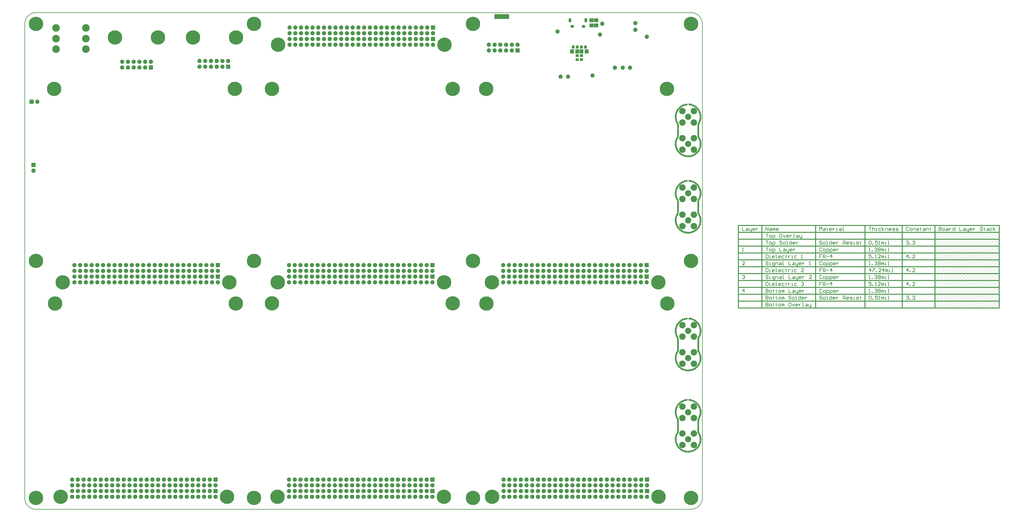
<source format=gbs>
G04*
G04 #@! TF.GenerationSoftware,Altium Limited,Altium Designer,20.2.6 (244)*
G04*
G04 Layer_Color=16711935*
%FSLAX25Y25*%
%MOIN*%
G70*
G04*
G04 #@! TF.SameCoordinates,78A2C6BB-1FC3-406C-8345-49C289C49674*
G04*
G04*
G04 #@! TF.FilePolarity,Negative*
G04*
G01*
G75*
%ADD11C,0.00787*%
%ADD15C,0.01000*%
%ADD22C,0.01500*%
%ADD23C,0.00100*%
%ADD40R,0.25197X0.07874*%
%ADD44R,0.06518X0.07306*%
%ADD45R,0.07306X0.07306*%
%ADD49R,0.05337X0.04943*%
%ADD51R,0.04943X0.05337*%
%ADD52R,0.07306X0.06518*%
%ADD57C,0.07306*%
%ADD58C,0.25022*%
%ADD59C,0.11243*%
%ADD60C,0.10849*%
%ADD61O,0.06321X0.05140*%
%ADD62O,0.04943X0.07699*%
%ADD63C,0.13211*%
%ADD64R,0.07400X0.07400*%
%ADD65C,0.07400*%
%ADD66C,0.03762*%
D11*
X818897Y856115D02*
G03*
X819685Y855328I787J0D01*
G01*
X843307D02*
G03*
X844094Y856115I0J787D01*
G01*
Y862414D02*
G03*
X843307Y863202I-787J-0D01*
G01*
X819685D02*
G03*
X818897Y862414I-0J-787D01*
G01*
X844094Y856115D02*
Y862414D01*
X818897Y856115D02*
Y862414D01*
X819685Y855328D02*
X843307D01*
X819685Y863202D02*
X843307D01*
D15*
X1181102Y846457D02*
G03*
X1161417Y866142I-19685J0D01*
G01*
Y0D02*
G03*
X1181102Y19685I0J19685D01*
G01*
X0D02*
G03*
X19685Y0I19685J0D01*
G01*
Y866142D02*
G03*
X0Y846457I0J-19685D01*
G01*
Y19685D02*
Y710236D01*
X1181102Y19685D02*
Y846457D01*
X19685Y866142D02*
X1161417D01*
X0Y710236D02*
Y846457D01*
X19685Y0D02*
X1161417D01*
X1250530Y492195D02*
Y486197D01*
X1254529D01*
X1257528Y490196D02*
X1259527D01*
X1260527Y489196D01*
Y486197D01*
X1257528D01*
X1256528Y487196D01*
X1257528Y488196D01*
X1260527D01*
X1262526Y490196D02*
Y487196D01*
X1263526Y486197D01*
X1266525D01*
Y485197D01*
X1265526Y484198D01*
X1264526D01*
X1266525Y486197D02*
Y490196D01*
X1271523Y486197D02*
X1269524D01*
X1268524Y487196D01*
Y489196D01*
X1269524Y490196D01*
X1271523D01*
X1272523Y489196D01*
Y488196D01*
X1268524D01*
X1274523Y490196D02*
Y486197D01*
Y488196D01*
X1275522Y489196D01*
X1276522Y490196D01*
X1277522D01*
X1253529Y378197D02*
Y384195D01*
X1250530Y381196D01*
X1254529D01*
X1250530Y407195D02*
X1251530Y408195D01*
X1253529D01*
X1254529Y407195D01*
Y406196D01*
X1253529Y405196D01*
X1252530D01*
X1253529D01*
X1254529Y404196D01*
Y403196D01*
X1253529Y402197D01*
X1251530D01*
X1250530Y403196D01*
X1254529Y426197D02*
X1250530D01*
X1254529Y430196D01*
Y431195D01*
X1253529Y432195D01*
X1251530D01*
X1250530Y431195D01*
Y450197D02*
X1252530D01*
X1251530D01*
Y456195D01*
X1250530Y455195D01*
X1291522Y486197D02*
Y492195D01*
X1295520Y486197D01*
Y492195D01*
X1298519Y490196D02*
X1300519D01*
X1301518Y489196D01*
Y486197D01*
X1298519D01*
X1297520Y487196D01*
X1298519Y488196D01*
X1301518D01*
X1303518Y486197D02*
Y490196D01*
X1304517D01*
X1305517Y489196D01*
Y486197D01*
Y489196D01*
X1306517Y490196D01*
X1307516Y489196D01*
Y486197D01*
X1312515D02*
X1310515D01*
X1309516Y487196D01*
Y489196D01*
X1310515Y490196D01*
X1312515D01*
X1313515Y489196D01*
Y488196D01*
X1309516D01*
X1291522Y360195D02*
Y354197D01*
X1294521D01*
X1295520Y355196D01*
Y356196D01*
X1294521Y357196D01*
X1291522D01*
X1294521D01*
X1295520Y358196D01*
Y359195D01*
X1294521Y360195D01*
X1291522D01*
X1298519Y354197D02*
X1300519D01*
X1301518Y355196D01*
Y357196D01*
X1300519Y358196D01*
X1298519D01*
X1297520Y357196D01*
Y355196D01*
X1298519Y354197D01*
X1304517Y359195D02*
Y358196D01*
X1303518D01*
X1305517D01*
X1304517D01*
Y355196D01*
X1305517Y354197D01*
X1309516Y359195D02*
Y358196D01*
X1308516D01*
X1310515D01*
X1309516D01*
Y355196D01*
X1310515Y354197D01*
X1314514D02*
X1316514D01*
X1317513Y355196D01*
Y357196D01*
X1316514Y358196D01*
X1314514D01*
X1313515Y357196D01*
Y355196D01*
X1314514Y354197D01*
X1319512D02*
Y358196D01*
X1320512D01*
X1321512Y357196D01*
Y354197D01*
Y357196D01*
X1322512Y358196D01*
X1323511Y357196D01*
Y354197D01*
X1334508Y360195D02*
X1332508D01*
X1331509Y359195D01*
Y355196D01*
X1332508Y354197D01*
X1334508D01*
X1335507Y355196D01*
Y359195D01*
X1334508Y360195D01*
X1337507Y358196D02*
X1339506Y354197D01*
X1341505Y358196D01*
X1346504Y354197D02*
X1344505D01*
X1343505Y355196D01*
Y357196D01*
X1344505Y358196D01*
X1346504D01*
X1347503Y357196D01*
Y356196D01*
X1343505D01*
X1349503Y358196D02*
Y354197D01*
Y356196D01*
X1350502Y357196D01*
X1351502Y358196D01*
X1352502D01*
X1355501Y354197D02*
X1357500D01*
X1356501D01*
Y360195D01*
X1355501D01*
X1361499Y358196D02*
X1363498D01*
X1364498Y357196D01*
Y354197D01*
X1361499D01*
X1360499Y355196D01*
X1361499Y356196D01*
X1364498D01*
X1366497Y358196D02*
Y355196D01*
X1367497Y354197D01*
X1370496D01*
Y353197D01*
X1369496Y352198D01*
X1368497D01*
X1370496Y354197D02*
Y358196D01*
X1291522Y372195D02*
Y366197D01*
X1294521D01*
X1295520Y367196D01*
Y368196D01*
X1294521Y369196D01*
X1291522D01*
X1294521D01*
X1295520Y370196D01*
Y371195D01*
X1294521Y372195D01*
X1291522D01*
X1298519Y366197D02*
X1300519D01*
X1301518Y367196D01*
Y369196D01*
X1300519Y370196D01*
X1298519D01*
X1297520Y369196D01*
Y367196D01*
X1298519Y366197D01*
X1304517Y371195D02*
Y370196D01*
X1303518D01*
X1305517D01*
X1304517D01*
Y367196D01*
X1305517Y366197D01*
X1309516Y371195D02*
Y370196D01*
X1308516D01*
X1310515D01*
X1309516D01*
Y367196D01*
X1310515Y366197D01*
X1314514D02*
X1316514D01*
X1317513Y367196D01*
Y369196D01*
X1316514Y370196D01*
X1314514D01*
X1313515Y369196D01*
Y367196D01*
X1314514Y366197D01*
X1319512D02*
Y370196D01*
X1320512D01*
X1321512Y369196D01*
Y366197D01*
Y369196D01*
X1322512Y370196D01*
X1323511Y369196D01*
Y366197D01*
X1335507Y371195D02*
X1334508Y372195D01*
X1332508D01*
X1331509Y371195D01*
Y370196D01*
X1332508Y369196D01*
X1334508D01*
X1335507Y368196D01*
Y367196D01*
X1334508Y366197D01*
X1332508D01*
X1331509Y367196D01*
X1338506Y366197D02*
X1340506D01*
X1341505Y367196D01*
Y369196D01*
X1340506Y370196D01*
X1338506D01*
X1337507Y369196D01*
Y367196D01*
X1338506Y366197D01*
X1343505D02*
X1345504D01*
X1344505D01*
Y372195D01*
X1343505D01*
X1352502D02*
Y366197D01*
X1349503D01*
X1348503Y367196D01*
Y369196D01*
X1349503Y370196D01*
X1352502D01*
X1357500Y366197D02*
X1355501D01*
X1354501Y367196D01*
Y369196D01*
X1355501Y370196D01*
X1357500D01*
X1358500Y369196D01*
Y368196D01*
X1354501D01*
X1360499Y370196D02*
Y366197D01*
Y368196D01*
X1361499Y369196D01*
X1362499Y370196D01*
X1363498D01*
X1291522Y384195D02*
Y378197D01*
X1294521D01*
X1295520Y379197D01*
Y380196D01*
X1294521Y381196D01*
X1291522D01*
X1294521D01*
X1295520Y382196D01*
Y383195D01*
X1294521Y384195D01*
X1291522D01*
X1298519Y378197D02*
X1300519D01*
X1301518Y379197D01*
Y381196D01*
X1300519Y382196D01*
X1298519D01*
X1297520Y381196D01*
Y379197D01*
X1298519Y378197D01*
X1304517Y383195D02*
Y382196D01*
X1303518D01*
X1305517D01*
X1304517D01*
Y379197D01*
X1305517Y378197D01*
X1309516Y383195D02*
Y382196D01*
X1308516D01*
X1310515D01*
X1309516D01*
Y379197D01*
X1310515Y378197D01*
X1314514D02*
X1316514D01*
X1317513Y379197D01*
Y381196D01*
X1316514Y382196D01*
X1314514D01*
X1313515Y381196D01*
Y379197D01*
X1314514Y378197D01*
X1319512D02*
Y382196D01*
X1320512D01*
X1321512Y381196D01*
Y378197D01*
Y381196D01*
X1322512Y382196D01*
X1323511Y381196D01*
Y378197D01*
X1331509Y384195D02*
Y378197D01*
X1335507D01*
X1338506Y382196D02*
X1340506D01*
X1341505Y381196D01*
Y378197D01*
X1338506D01*
X1337507Y379197D01*
X1338506Y380196D01*
X1341505D01*
X1343505Y382196D02*
Y379197D01*
X1344505Y378197D01*
X1347503D01*
Y377197D01*
X1346504Y376198D01*
X1345504D01*
X1347503Y378197D02*
Y382196D01*
X1352502Y378197D02*
X1350502D01*
X1349503Y379197D01*
Y381196D01*
X1350502Y382196D01*
X1352502D01*
X1353502Y381196D01*
Y380196D01*
X1349503D01*
X1355501Y382196D02*
Y378197D01*
Y380196D01*
X1356501Y381196D01*
X1357500Y382196D01*
X1358500D01*
X1291522Y396195D02*
Y390197D01*
X1294521D01*
X1295520Y391196D01*
Y395195D01*
X1294521Y396195D01*
X1291522D01*
X1297520Y390197D02*
X1299519D01*
X1298519D01*
Y394196D01*
X1297520D01*
X1305517Y390197D02*
X1303518D01*
X1302518Y391196D01*
Y393196D01*
X1303518Y394196D01*
X1305517D01*
X1306517Y393196D01*
Y392196D01*
X1302518D01*
X1308516Y390197D02*
X1310515D01*
X1309516D01*
Y396195D01*
X1308516D01*
X1316514Y390197D02*
X1314514D01*
X1313515Y391196D01*
Y393196D01*
X1314514Y394196D01*
X1316514D01*
X1317513Y393196D01*
Y392196D01*
X1313515D01*
X1323511Y394196D02*
X1320512D01*
X1319512Y393196D01*
Y391196D01*
X1320512Y390197D01*
X1323511D01*
X1326510Y395195D02*
Y394196D01*
X1325511D01*
X1327510D01*
X1326510D01*
Y391196D01*
X1327510Y390197D01*
X1330509Y394196D02*
Y390197D01*
Y392196D01*
X1331509Y393196D01*
X1332508Y394196D01*
X1333508D01*
X1336507Y390197D02*
X1338506D01*
X1337507D01*
Y394196D01*
X1336507D01*
X1345504D02*
X1342505D01*
X1341505Y393196D01*
Y391196D01*
X1342505Y390197D01*
X1345504D01*
X1353502Y395195D02*
X1354501Y396195D01*
X1356501D01*
X1357500Y395195D01*
Y394196D01*
X1356501Y393196D01*
X1355501D01*
X1356501D01*
X1357500Y392196D01*
Y391196D01*
X1356501Y390197D01*
X1354501D01*
X1353502Y391196D01*
X1295520Y407195D02*
X1294521Y408195D01*
X1292521D01*
X1291522Y407195D01*
Y406196D01*
X1292521Y405196D01*
X1294521D01*
X1295520Y404196D01*
Y403196D01*
X1294521Y402197D01*
X1292521D01*
X1291522Y403196D01*
X1297520Y402197D02*
X1299519D01*
X1298519D01*
Y406196D01*
X1297520D01*
X1304517Y400198D02*
X1305517D01*
X1306517Y401197D01*
Y406196D01*
X1303518D01*
X1302518Y405196D01*
Y403196D01*
X1303518Y402197D01*
X1306517D01*
X1308516D02*
Y406196D01*
X1311515D01*
X1312515Y405196D01*
Y402197D01*
X1315514Y406196D02*
X1317513D01*
X1318513Y405196D01*
Y402197D01*
X1315514D01*
X1314514Y403196D01*
X1315514Y404196D01*
X1318513D01*
X1320512Y402197D02*
X1322512D01*
X1321512D01*
Y408195D01*
X1320512D01*
X1331509D02*
Y402197D01*
X1335507D01*
X1338506Y406196D02*
X1340506D01*
X1341505Y405196D01*
Y402197D01*
X1338506D01*
X1337507Y403196D01*
X1338506Y404196D01*
X1341505D01*
X1343505Y406196D02*
Y403196D01*
X1344505Y402197D01*
X1347503D01*
Y401197D01*
X1346504Y400198D01*
X1345504D01*
X1347503Y402197D02*
Y406196D01*
X1352502Y402197D02*
X1350502D01*
X1349503Y403196D01*
Y405196D01*
X1350502Y406196D01*
X1352502D01*
X1353502Y405196D01*
Y404196D01*
X1349503D01*
X1355501Y406196D02*
Y402197D01*
Y404196D01*
X1356501Y405196D01*
X1357500Y406196D01*
X1358500D01*
X1371496Y402197D02*
X1367497D01*
X1371496Y406196D01*
Y407195D01*
X1370496Y408195D01*
X1368497D01*
X1367497Y407195D01*
X1291522Y420195D02*
Y414197D01*
X1294521D01*
X1295520Y415197D01*
Y419195D01*
X1294521Y420195D01*
X1291522D01*
X1297520Y414197D02*
X1299519D01*
X1298519D01*
Y418196D01*
X1297520D01*
X1305517Y414197D02*
X1303518D01*
X1302518Y415197D01*
Y417196D01*
X1303518Y418196D01*
X1305517D01*
X1306517Y417196D01*
Y416196D01*
X1302518D01*
X1308516Y414197D02*
X1310515D01*
X1309516D01*
Y420195D01*
X1308516D01*
X1316514Y414197D02*
X1314514D01*
X1313515Y415197D01*
Y417196D01*
X1314514Y418196D01*
X1316514D01*
X1317513Y417196D01*
Y416196D01*
X1313515D01*
X1323511Y418196D02*
X1320512D01*
X1319512Y417196D01*
Y415197D01*
X1320512Y414197D01*
X1323511D01*
X1326510Y419195D02*
Y418196D01*
X1325511D01*
X1327510D01*
X1326510D01*
Y415197D01*
X1327510Y414197D01*
X1330509Y418196D02*
Y414197D01*
Y416196D01*
X1331509Y417196D01*
X1332508Y418196D01*
X1333508D01*
X1336507Y414197D02*
X1338506D01*
X1337507D01*
Y418196D01*
X1336507D01*
X1345504D02*
X1342505D01*
X1341505Y417196D01*
Y415197D01*
X1342505Y414197D01*
X1345504D01*
X1357500D02*
X1353502D01*
X1357500Y418196D01*
Y419195D01*
X1356501Y420195D01*
X1354501D01*
X1353502Y419195D01*
X1295520Y431195D02*
X1294521Y432195D01*
X1292521D01*
X1291522Y431195D01*
Y430196D01*
X1292521Y429196D01*
X1294521D01*
X1295520Y428196D01*
Y427197D01*
X1294521Y426197D01*
X1292521D01*
X1291522Y427197D01*
X1297520Y426197D02*
X1299519D01*
X1298519D01*
Y430196D01*
X1297520D01*
X1304517Y424197D02*
X1305517D01*
X1306517Y425197D01*
Y430196D01*
X1303518D01*
X1302518Y429196D01*
Y427197D01*
X1303518Y426197D01*
X1306517D01*
X1308516D02*
Y430196D01*
X1311515D01*
X1312515Y429196D01*
Y426197D01*
X1315514Y430196D02*
X1317513D01*
X1318513Y429196D01*
Y426197D01*
X1315514D01*
X1314514Y427197D01*
X1315514Y428196D01*
X1318513D01*
X1320512Y426197D02*
X1322512D01*
X1321512D01*
Y432195D01*
X1320512D01*
X1331509D02*
Y426197D01*
X1335507D01*
X1338506Y430196D02*
X1340506D01*
X1341505Y429196D01*
Y426197D01*
X1338506D01*
X1337507Y427197D01*
X1338506Y428196D01*
X1341505D01*
X1343505Y430196D02*
Y427197D01*
X1344505Y426197D01*
X1347503D01*
Y425197D01*
X1346504Y424197D01*
X1345504D01*
X1347503Y426197D02*
Y430196D01*
X1352502Y426197D02*
X1350502D01*
X1349503Y427197D01*
Y429196D01*
X1350502Y430196D01*
X1352502D01*
X1353502Y429196D01*
Y428196D01*
X1349503D01*
X1355501Y430196D02*
Y426197D01*
Y428196D01*
X1356501Y429196D01*
X1357500Y430196D01*
X1358500D01*
X1367497Y426197D02*
X1369496D01*
X1368497D01*
Y432195D01*
X1367497Y431195D01*
X1291522Y444195D02*
Y438197D01*
X1294521D01*
X1295520Y439196D01*
Y443195D01*
X1294521Y444195D01*
X1291522D01*
X1297520Y438197D02*
X1299519D01*
X1298519D01*
Y442196D01*
X1297520D01*
X1305517Y438197D02*
X1303518D01*
X1302518Y439196D01*
Y441196D01*
X1303518Y442196D01*
X1305517D01*
X1306517Y441196D01*
Y440196D01*
X1302518D01*
X1308516Y438197D02*
X1310515D01*
X1309516D01*
Y444195D01*
X1308516D01*
X1316514Y438197D02*
X1314514D01*
X1313515Y439196D01*
Y441196D01*
X1314514Y442196D01*
X1316514D01*
X1317513Y441196D01*
Y440196D01*
X1313515D01*
X1323511Y442196D02*
X1320512D01*
X1319512Y441196D01*
Y439196D01*
X1320512Y438197D01*
X1323511D01*
X1326510Y443195D02*
Y442196D01*
X1325511D01*
X1327510D01*
X1326510D01*
Y439196D01*
X1327510Y438197D01*
X1330509Y442196D02*
Y438197D01*
Y440196D01*
X1331509Y441196D01*
X1332508Y442196D01*
X1333508D01*
X1336507Y438197D02*
X1338506D01*
X1337507D01*
Y442196D01*
X1336507D01*
X1345504D02*
X1342505D01*
X1341505Y441196D01*
Y439196D01*
X1342505Y438197D01*
X1345504D01*
X1353502D02*
X1355501D01*
X1354501D01*
Y444195D01*
X1353502Y443195D01*
X1291522Y456195D02*
X1295520D01*
X1293521D01*
Y450197D01*
X1298519D02*
X1300519D01*
X1301518Y451196D01*
Y453196D01*
X1300519Y454196D01*
X1298519D01*
X1297520Y453196D01*
Y451196D01*
X1298519Y450197D01*
X1303518Y448198D02*
Y454196D01*
X1306517D01*
X1307516Y453196D01*
Y451196D01*
X1306517Y450197D01*
X1303518D01*
X1315514Y456195D02*
Y450197D01*
X1319513D01*
X1322512Y454196D02*
X1324511D01*
X1325511Y453196D01*
Y450197D01*
X1322512D01*
X1321512Y451196D01*
X1322512Y452196D01*
X1325511D01*
X1327510Y454196D02*
Y451196D01*
X1328510Y450197D01*
X1331509D01*
Y449197D01*
X1330509Y448198D01*
X1329509D01*
X1331509Y450197D02*
Y454196D01*
X1336507Y450197D02*
X1334508D01*
X1333508Y451196D01*
Y453196D01*
X1334508Y454196D01*
X1336507D01*
X1337507Y453196D01*
Y452196D01*
X1333508D01*
X1339506Y454196D02*
Y450197D01*
Y452196D01*
X1340506Y453196D01*
X1341505Y454196D01*
X1342505D01*
X1291522Y468195D02*
X1295520D01*
X1293521D01*
Y462197D01*
X1298519D02*
X1300519D01*
X1301518Y463197D01*
Y465196D01*
X1300519Y466196D01*
X1298519D01*
X1297520Y465196D01*
Y463197D01*
X1298519Y462197D01*
X1303518Y460197D02*
Y466196D01*
X1306517D01*
X1307516Y465196D01*
Y463197D01*
X1306517Y462197D01*
X1303518D01*
X1319513Y467195D02*
X1318513Y468195D01*
X1316514D01*
X1315514Y467195D01*
Y466196D01*
X1316514Y465196D01*
X1318513D01*
X1319513Y464196D01*
Y463197D01*
X1318513Y462197D01*
X1316514D01*
X1315514Y463197D01*
X1322512Y462197D02*
X1324511D01*
X1325511Y463197D01*
Y465196D01*
X1324511Y466196D01*
X1322512D01*
X1321512Y465196D01*
Y463197D01*
X1322512Y462197D01*
X1327510D02*
X1329509D01*
X1328510D01*
Y468195D01*
X1327510D01*
X1336507D02*
Y462197D01*
X1333508D01*
X1332508Y463197D01*
Y465196D01*
X1333508Y466196D01*
X1336507D01*
X1341505Y462197D02*
X1339506D01*
X1338506Y463197D01*
Y465196D01*
X1339506Y466196D01*
X1341505D01*
X1342505Y465196D01*
Y464196D01*
X1338506D01*
X1344505Y466196D02*
Y462197D01*
Y464196D01*
X1345504Y465196D01*
X1346504Y466196D01*
X1347503D01*
X1291522Y480195D02*
X1295520D01*
X1293521D01*
Y474197D01*
X1298519D02*
X1300519D01*
X1301518Y475197D01*
Y477196D01*
X1300519Y478196D01*
X1298519D01*
X1297520Y477196D01*
Y475197D01*
X1298519Y474197D01*
X1303518Y472197D02*
Y478196D01*
X1306517D01*
X1307516Y477196D01*
Y475197D01*
X1306517Y474197D01*
X1303518D01*
X1318513Y480195D02*
X1316514D01*
X1315514Y479195D01*
Y475197D01*
X1316514Y474197D01*
X1318513D01*
X1319513Y475197D01*
Y479195D01*
X1318513Y480195D01*
X1321512Y478196D02*
X1323511Y474197D01*
X1325511Y478196D01*
X1330509Y474197D02*
X1328510D01*
X1327510Y475197D01*
Y477196D01*
X1328510Y478196D01*
X1330509D01*
X1331509Y477196D01*
Y476196D01*
X1327510D01*
X1333508Y478196D02*
Y474197D01*
Y476196D01*
X1334508Y477196D01*
X1335507Y478196D01*
X1336507D01*
X1339506Y474197D02*
X1341505D01*
X1340506D01*
Y480195D01*
X1339506D01*
X1345504Y478196D02*
X1347503D01*
X1348503Y477196D01*
Y474197D01*
X1345504D01*
X1344505Y475197D01*
X1345504Y476196D01*
X1348503D01*
X1350502Y478196D02*
Y475197D01*
X1351502Y474197D01*
X1354501D01*
Y473197D01*
X1353502Y472197D01*
X1352502D01*
X1354501Y474197D02*
Y478196D01*
X1385496Y486197D02*
Y492195D01*
X1387495Y490196D01*
X1389494Y492195D01*
Y486197D01*
X1392494Y490196D02*
X1394493D01*
X1395492Y489196D01*
Y486197D01*
X1392494D01*
X1391494Y487196D01*
X1392494Y488196D01*
X1395492D01*
X1398491Y491195D02*
Y490196D01*
X1397492D01*
X1399491D01*
X1398491D01*
Y487196D01*
X1399491Y486197D01*
X1405489D02*
X1403490D01*
X1402490Y487196D01*
Y489196D01*
X1403490Y490196D01*
X1405489D01*
X1406489Y489196D01*
Y488196D01*
X1402490D01*
X1408488Y490196D02*
Y486197D01*
Y488196D01*
X1409488Y489196D01*
X1410488Y490196D01*
X1411487D01*
X1414486Y486197D02*
X1416486D01*
X1415486D01*
Y490196D01*
X1414486D01*
X1420484D02*
X1422484D01*
X1423483Y489196D01*
Y486197D01*
X1420484D01*
X1419485Y487196D01*
X1420484Y488196D01*
X1423483D01*
X1425483Y486197D02*
X1427482D01*
X1426482D01*
Y492195D01*
X1425483D01*
X1389494Y371195D02*
X1388495Y372195D01*
X1386495D01*
X1385496Y371195D01*
Y370196D01*
X1386495Y369196D01*
X1388495D01*
X1389494Y368196D01*
Y367196D01*
X1388495Y366197D01*
X1386495D01*
X1385496Y367196D01*
X1392494Y366197D02*
X1394493D01*
X1395492Y367196D01*
Y369196D01*
X1394493Y370196D01*
X1392494D01*
X1391494Y369196D01*
Y367196D01*
X1392494Y366197D01*
X1397492D02*
X1399491D01*
X1398491D01*
Y372195D01*
X1397492D01*
X1406489D02*
Y366197D01*
X1403490D01*
X1402490Y367196D01*
Y369196D01*
X1403490Y370196D01*
X1406489D01*
X1411487Y366197D02*
X1409488D01*
X1408488Y367196D01*
Y369196D01*
X1409488Y370196D01*
X1411487D01*
X1412487Y369196D01*
Y368196D01*
X1408488D01*
X1414486Y370196D02*
Y366197D01*
Y368196D01*
X1415486Y369196D01*
X1416486Y370196D01*
X1417485D01*
X1426482Y366197D02*
Y372195D01*
X1429482D01*
X1430481Y371195D01*
Y369196D01*
X1429482Y368196D01*
X1426482D01*
X1428482D02*
X1430481Y366197D01*
X1435480D02*
X1433480D01*
X1432481Y367196D01*
Y369196D01*
X1433480Y370196D01*
X1435480D01*
X1436479Y369196D01*
Y368196D01*
X1432481D01*
X1438479Y366197D02*
X1441478D01*
X1442477Y367196D01*
X1441478Y368196D01*
X1439478D01*
X1438479Y369196D01*
X1439478Y370196D01*
X1442477D01*
X1444477Y366197D02*
X1446476D01*
X1445476D01*
Y370196D01*
X1444477D01*
X1449475Y366197D02*
X1452474D01*
X1453474Y367196D01*
X1452474Y368196D01*
X1450475D01*
X1449475Y369196D01*
X1450475Y370196D01*
X1453474D01*
X1456473Y371195D02*
Y370196D01*
X1455473D01*
X1457472D01*
X1456473D01*
Y367196D01*
X1457472Y366197D01*
X1389494Y383195D02*
X1388495Y384195D01*
X1386495D01*
X1385496Y383195D01*
Y379197D01*
X1386495Y378197D01*
X1388495D01*
X1389494Y379197D01*
X1392494Y378197D02*
X1394493D01*
X1395492Y379197D01*
Y381196D01*
X1394493Y382196D01*
X1392494D01*
X1391494Y381196D01*
Y379197D01*
X1392494Y378197D01*
X1397492Y376198D02*
Y382196D01*
X1400491D01*
X1401491Y381196D01*
Y379197D01*
X1400491Y378197D01*
X1397492D01*
X1403490Y376198D02*
Y382196D01*
X1406489D01*
X1407489Y381196D01*
Y379197D01*
X1406489Y378197D01*
X1403490D01*
X1412487D02*
X1410488D01*
X1409488Y379197D01*
Y381196D01*
X1410488Y382196D01*
X1412487D01*
X1413487Y381196D01*
Y380196D01*
X1409488D01*
X1415486Y382196D02*
Y378197D01*
Y380196D01*
X1416486Y381196D01*
X1417485Y382196D01*
X1418485D01*
X1389494Y396195D02*
X1385496D01*
Y393196D01*
X1387495D01*
X1385496D01*
Y390197D01*
X1391494D02*
Y396195D01*
X1394493D01*
X1395492Y395195D01*
Y393196D01*
X1394493Y392196D01*
X1391494D01*
X1393493D02*
X1395492Y390197D01*
X1397492Y393196D02*
X1401491D01*
X1406489Y390197D02*
Y396195D01*
X1403490Y393196D01*
X1407489D01*
X1389494Y407195D02*
X1388495Y408195D01*
X1386495D01*
X1385496Y407195D01*
Y403196D01*
X1386495Y402197D01*
X1388495D01*
X1389494Y403196D01*
X1392494Y402197D02*
X1394493D01*
X1395492Y403196D01*
Y405196D01*
X1394493Y406196D01*
X1392494D01*
X1391494Y405196D01*
Y403196D01*
X1392494Y402197D01*
X1397492Y400198D02*
Y406196D01*
X1400491D01*
X1401491Y405196D01*
Y403196D01*
X1400491Y402197D01*
X1397492D01*
X1403490Y400198D02*
Y406196D01*
X1406489D01*
X1407489Y405196D01*
Y403196D01*
X1406489Y402197D01*
X1403490D01*
X1412487D02*
X1410488D01*
X1409488Y403196D01*
Y405196D01*
X1410488Y406196D01*
X1412487D01*
X1413487Y405196D01*
Y404196D01*
X1409488D01*
X1415486Y406196D02*
Y402197D01*
Y404196D01*
X1416486Y405196D01*
X1417485Y406196D01*
X1418485D01*
X1389494Y420195D02*
X1385496D01*
Y417196D01*
X1387495D01*
X1385496D01*
Y414197D01*
X1391494D02*
Y420195D01*
X1394493D01*
X1395492Y419195D01*
Y417196D01*
X1394493Y416196D01*
X1391494D01*
X1393493D02*
X1395492Y414197D01*
X1397492Y417196D02*
X1401491D01*
X1406489Y414197D02*
Y420195D01*
X1403490Y417196D01*
X1407489D01*
X1389494Y431195D02*
X1388495Y432195D01*
X1386495D01*
X1385496Y431195D01*
Y427197D01*
X1386495Y426197D01*
X1388495D01*
X1389494Y427197D01*
X1392494Y426197D02*
X1394493D01*
X1395492Y427197D01*
Y429196D01*
X1394493Y430196D01*
X1392494D01*
X1391494Y429196D01*
Y427197D01*
X1392494Y426197D01*
X1397492Y424197D02*
Y430196D01*
X1400491D01*
X1401491Y429196D01*
Y427197D01*
X1400491Y426197D01*
X1397492D01*
X1403490Y424197D02*
Y430196D01*
X1406489D01*
X1407489Y429196D01*
Y427197D01*
X1406489Y426197D01*
X1403490D01*
X1412487D02*
X1410488D01*
X1409488Y427197D01*
Y429196D01*
X1410488Y430196D01*
X1412487D01*
X1413487Y429196D01*
Y428196D01*
X1409488D01*
X1415486Y430196D02*
Y426197D01*
Y428196D01*
X1416486Y429196D01*
X1417485Y430196D01*
X1418485D01*
X1389494Y444195D02*
X1385496D01*
Y441196D01*
X1387495D01*
X1385496D01*
Y438197D01*
X1391494D02*
Y444195D01*
X1394493D01*
X1395492Y443195D01*
Y441196D01*
X1394493Y440196D01*
X1391494D01*
X1393493D02*
X1395492Y438197D01*
X1397492Y441196D02*
X1401491D01*
X1406489Y438197D02*
Y444195D01*
X1403490Y441196D01*
X1407489D01*
X1389494Y455195D02*
X1388495Y456195D01*
X1386495D01*
X1385496Y455195D01*
Y451196D01*
X1386495Y450197D01*
X1388495D01*
X1389494Y451196D01*
X1392494Y450197D02*
X1394493D01*
X1395492Y451196D01*
Y453196D01*
X1394493Y454196D01*
X1392494D01*
X1391494Y453196D01*
Y451196D01*
X1392494Y450197D01*
X1397492Y448198D02*
Y454196D01*
X1400491D01*
X1401491Y453196D01*
Y451196D01*
X1400491Y450197D01*
X1397492D01*
X1403490Y448198D02*
Y454196D01*
X1406489D01*
X1407489Y453196D01*
Y451196D01*
X1406489Y450197D01*
X1403490D01*
X1412487D02*
X1410488D01*
X1409488Y451196D01*
Y453196D01*
X1410488Y454196D01*
X1412487D01*
X1413487Y453196D01*
Y452196D01*
X1409488D01*
X1415486Y454196D02*
Y450197D01*
Y452196D01*
X1416486Y453196D01*
X1417485Y454196D01*
X1418485D01*
X1389494Y467195D02*
X1388495Y468195D01*
X1386495D01*
X1385496Y467195D01*
Y466196D01*
X1386495Y465196D01*
X1388495D01*
X1389494Y464196D01*
Y463197D01*
X1388495Y462197D01*
X1386495D01*
X1385496Y463197D01*
X1392494Y462197D02*
X1394493D01*
X1395492Y463197D01*
Y465196D01*
X1394493Y466196D01*
X1392494D01*
X1391494Y465196D01*
Y463197D01*
X1392494Y462197D01*
X1397492D02*
X1399491D01*
X1398491D01*
Y468195D01*
X1397492D01*
X1406489D02*
Y462197D01*
X1403490D01*
X1402490Y463197D01*
Y465196D01*
X1403490Y466196D01*
X1406489D01*
X1411487Y462197D02*
X1409488D01*
X1408488Y463197D01*
Y465196D01*
X1409488Y466196D01*
X1411487D01*
X1412487Y465196D01*
Y464196D01*
X1408488D01*
X1414486Y466196D02*
Y462197D01*
Y464196D01*
X1415486Y465196D01*
X1416486Y466196D01*
X1417485D01*
X1426482Y462197D02*
Y468195D01*
X1429482D01*
X1430481Y467195D01*
Y465196D01*
X1429482Y464196D01*
X1426482D01*
X1428482D02*
X1430481Y462197D01*
X1435480D02*
X1433480D01*
X1432481Y463197D01*
Y465196D01*
X1433480Y466196D01*
X1435480D01*
X1436479Y465196D01*
Y464196D01*
X1432481D01*
X1438479Y462197D02*
X1441478D01*
X1442477Y463197D01*
X1441478Y464196D01*
X1439478D01*
X1438479Y465196D01*
X1439478Y466196D01*
X1442477D01*
X1444477Y462197D02*
X1446476D01*
X1445476D01*
Y466196D01*
X1444477D01*
X1449475Y462197D02*
X1452474D01*
X1453474Y463197D01*
X1452474Y464196D01*
X1450475D01*
X1449475Y465196D01*
X1450475Y466196D01*
X1453474D01*
X1456473Y467195D02*
Y466196D01*
X1455473D01*
X1457472D01*
X1456473D01*
Y463197D01*
X1457472Y462197D01*
X1471472Y492195D02*
X1475471D01*
X1473472D01*
Y486197D01*
X1477470Y492195D02*
Y486197D01*
Y489196D01*
X1478470Y490196D01*
X1480470D01*
X1481469Y489196D01*
Y486197D01*
X1483469D02*
X1485468D01*
X1484468D01*
Y490196D01*
X1483469D01*
X1492466D02*
X1489467D01*
X1488467Y489196D01*
Y487196D01*
X1489467Y486197D01*
X1492466D01*
X1494465D02*
Y492195D01*
Y488196D02*
X1497464Y490196D01*
X1494465Y488196D02*
X1497464Y486197D01*
X1500463D02*
Y490196D01*
X1503462D01*
X1504462Y489196D01*
Y486197D01*
X1509460D02*
X1507461D01*
X1506461Y487196D01*
Y489196D01*
X1507461Y490196D01*
X1509460D01*
X1510460Y489196D01*
Y488196D01*
X1506461D01*
X1512459Y486197D02*
X1515458D01*
X1516458Y487196D01*
X1515458Y488196D01*
X1513459D01*
X1512459Y489196D01*
X1513459Y490196D01*
X1516458D01*
X1518457Y486197D02*
X1521456D01*
X1522456Y487196D01*
X1521456Y488196D01*
X1519457D01*
X1518457Y489196D01*
X1519457Y490196D01*
X1522456D01*
X1471472Y371195D02*
X1472472Y372195D01*
X1474471D01*
X1475471Y371195D01*
Y367196D01*
X1474471Y366197D01*
X1472472D01*
X1471472Y367196D01*
Y371195D01*
X1477470Y366197D02*
Y367196D01*
X1478470D01*
Y366197D01*
X1477470D01*
X1486468Y372195D02*
X1482469D01*
Y369196D01*
X1484468Y370196D01*
X1485468D01*
X1486468Y369196D01*
Y367196D01*
X1485468Y366197D01*
X1483469D01*
X1482469Y367196D01*
X1488467Y366197D02*
X1490466D01*
X1489467D01*
Y372195D01*
X1488467Y371195D01*
X1493465Y366197D02*
Y370196D01*
X1494465D01*
X1495465Y369196D01*
Y366197D01*
Y369196D01*
X1496464Y370196D01*
X1497464Y369196D01*
Y366197D01*
X1499463D02*
X1501463D01*
X1500463D01*
Y370196D01*
X1499463D01*
X1504462Y366197D02*
X1506461D01*
X1505461D01*
Y372195D01*
X1504462D01*
X1471472Y378197D02*
X1473472D01*
X1472472D01*
Y384195D01*
X1471472Y383195D01*
X1476471Y378197D02*
Y379197D01*
X1477470D01*
Y378197D01*
X1476471D01*
X1481469Y383195D02*
X1482469Y384195D01*
X1484468D01*
X1485468Y383195D01*
Y382196D01*
X1484468Y381196D01*
X1483469D01*
X1484468D01*
X1485468Y380196D01*
Y379197D01*
X1484468Y378197D01*
X1482469D01*
X1481469Y379197D01*
X1487467Y383195D02*
X1488467Y384195D01*
X1490466D01*
X1491466Y383195D01*
Y382196D01*
X1490466Y381196D01*
X1491466Y380196D01*
Y379197D01*
X1490466Y378197D01*
X1488467D01*
X1487467Y379197D01*
Y380196D01*
X1488467Y381196D01*
X1487467Y382196D01*
Y383195D01*
X1488467Y381196D02*
X1490466D01*
X1493465Y378197D02*
Y382196D01*
X1494465D01*
X1495465Y381196D01*
Y378197D01*
Y381196D01*
X1496464Y382196D01*
X1497464Y381196D01*
Y378197D01*
X1499463D02*
X1501463D01*
X1500463D01*
Y382196D01*
X1499463D01*
X1504462Y378197D02*
X1506461D01*
X1505461D01*
Y384195D01*
X1504462D01*
X1475471Y396195D02*
X1471472D01*
Y393196D01*
X1473472Y394196D01*
X1474471D01*
X1475471Y393196D01*
Y391196D01*
X1474471Y390197D01*
X1472472D01*
X1471472Y391196D01*
X1477470Y390197D02*
Y391196D01*
X1478470D01*
Y390197D01*
X1477470D01*
X1482469D02*
X1484468D01*
X1483469D01*
Y396195D01*
X1482469Y395195D01*
X1491466Y390197D02*
X1487467D01*
X1491466Y394196D01*
Y395195D01*
X1490466Y396195D01*
X1488467D01*
X1487467Y395195D01*
X1493465Y390197D02*
Y394196D01*
X1494465D01*
X1495465Y393196D01*
Y390197D01*
Y393196D01*
X1496464Y394196D01*
X1497464Y393196D01*
Y390197D01*
X1499463D02*
X1501463D01*
X1500463D01*
Y394196D01*
X1499463D01*
X1504462Y390197D02*
X1506461D01*
X1505461D01*
Y396195D01*
X1504462D01*
X1471472Y402197D02*
X1473472D01*
X1472472D01*
Y408195D01*
X1471472Y407195D01*
X1476471Y402197D02*
Y403196D01*
X1477470D01*
Y402197D01*
X1476471D01*
X1481469Y407195D02*
X1482469Y408195D01*
X1484468D01*
X1485468Y407195D01*
Y406196D01*
X1484468Y405196D01*
X1483469D01*
X1484468D01*
X1485468Y404196D01*
Y403196D01*
X1484468Y402197D01*
X1482469D01*
X1481469Y403196D01*
X1487467Y407195D02*
X1488467Y408195D01*
X1490466D01*
X1491466Y407195D01*
Y406196D01*
X1490466Y405196D01*
X1491466Y404196D01*
Y403196D01*
X1490466Y402197D01*
X1488467D01*
X1487467Y403196D01*
Y404196D01*
X1488467Y405196D01*
X1487467Y406196D01*
Y407195D01*
X1488467Y405196D02*
X1490466D01*
X1493465Y402197D02*
Y406196D01*
X1494465D01*
X1495465Y405196D01*
Y402197D01*
Y405196D01*
X1496464Y406196D01*
X1497464Y405196D01*
Y402197D01*
X1499463D02*
X1501463D01*
X1500463D01*
Y406196D01*
X1499463D01*
X1504462Y402197D02*
X1506461D01*
X1505461D01*
Y408195D01*
X1504462D01*
X1474471Y414197D02*
Y420195D01*
X1471472Y417196D01*
X1475471D01*
X1477470Y420195D02*
X1481469D01*
Y419195D01*
X1477470Y415197D01*
Y414197D01*
X1483469D02*
Y415197D01*
X1484468D01*
Y414197D01*
X1483469D01*
X1492466D02*
X1488467D01*
X1492466Y418196D01*
Y419195D01*
X1491466Y420195D01*
X1489467D01*
X1488467Y419195D01*
X1497464Y414197D02*
Y420195D01*
X1494465Y417196D01*
X1498464D01*
X1500463Y414197D02*
Y418196D01*
X1501463D01*
X1502462Y417196D01*
Y414197D01*
Y417196D01*
X1503462Y418196D01*
X1504462Y417196D01*
Y414197D01*
X1506461D02*
X1508461D01*
X1507461D01*
Y418196D01*
X1506461D01*
X1511460Y414197D02*
X1513459D01*
X1512459D01*
Y420195D01*
X1511460D01*
X1471472Y426197D02*
X1473472D01*
X1472472D01*
Y432195D01*
X1471472Y431195D01*
X1476471Y426197D02*
Y427197D01*
X1477470D01*
Y426197D01*
X1476471D01*
X1481469Y431195D02*
X1482469Y432195D01*
X1484468D01*
X1485468Y431195D01*
Y430196D01*
X1484468Y429196D01*
X1483469D01*
X1484468D01*
X1485468Y428196D01*
Y427197D01*
X1484468Y426197D01*
X1482469D01*
X1481469Y427197D01*
X1487467Y431195D02*
X1488467Y432195D01*
X1490466D01*
X1491466Y431195D01*
Y430196D01*
X1490466Y429196D01*
X1491466Y428196D01*
Y427197D01*
X1490466Y426197D01*
X1488467D01*
X1487467Y427197D01*
Y428196D01*
X1488467Y429196D01*
X1487467Y430196D01*
Y431195D01*
X1488467Y429196D02*
X1490466D01*
X1493465Y426197D02*
Y430196D01*
X1494465D01*
X1495465Y429196D01*
Y426197D01*
Y429196D01*
X1496464Y430196D01*
X1497464Y429196D01*
Y426197D01*
X1499463D02*
X1501463D01*
X1500463D01*
Y430196D01*
X1499463D01*
X1504462Y426197D02*
X1506461D01*
X1505461D01*
Y432195D01*
X1504462D01*
X1475471Y444195D02*
X1471472D01*
Y441196D01*
X1473472Y442196D01*
X1474471D01*
X1475471Y441196D01*
Y439196D01*
X1474471Y438197D01*
X1472472D01*
X1471472Y439196D01*
X1477470Y438197D02*
Y439196D01*
X1478470D01*
Y438197D01*
X1477470D01*
X1482469D02*
X1484468D01*
X1483469D01*
Y444195D01*
X1482469Y443195D01*
X1491466Y438197D02*
X1487467D01*
X1491466Y442196D01*
Y443195D01*
X1490466Y444195D01*
X1488467D01*
X1487467Y443195D01*
X1493465Y438197D02*
Y442196D01*
X1494465D01*
X1495465Y441196D01*
Y438197D01*
Y441196D01*
X1496464Y442196D01*
X1497464Y441196D01*
Y438197D01*
X1499463D02*
X1501463D01*
X1500463D01*
Y442196D01*
X1499463D01*
X1504462Y438197D02*
X1506461D01*
X1505461D01*
Y444195D01*
X1504462D01*
X1471472Y450197D02*
X1473472D01*
X1472472D01*
Y456195D01*
X1471472Y455195D01*
X1476471Y450197D02*
Y451196D01*
X1477470D01*
Y450197D01*
X1476471D01*
X1481469Y455195D02*
X1482469Y456195D01*
X1484468D01*
X1485468Y455195D01*
Y454196D01*
X1484468Y453196D01*
X1483469D01*
X1484468D01*
X1485468Y452196D01*
Y451196D01*
X1484468Y450197D01*
X1482469D01*
X1481469Y451196D01*
X1487467Y455195D02*
X1488467Y456195D01*
X1490466D01*
X1491466Y455195D01*
Y454196D01*
X1490466Y453196D01*
X1491466Y452196D01*
Y451196D01*
X1490466Y450197D01*
X1488467D01*
X1487467Y451196D01*
Y452196D01*
X1488467Y453196D01*
X1487467Y454196D01*
Y455195D01*
X1488467Y453196D02*
X1490466D01*
X1493465Y450197D02*
Y454196D01*
X1494465D01*
X1495465Y453196D01*
Y450197D01*
Y453196D01*
X1496464Y454196D01*
X1497464Y453196D01*
Y450197D01*
X1499463D02*
X1501463D01*
X1500463D01*
Y454196D01*
X1499463D01*
X1504462Y450197D02*
X1506461D01*
X1505461D01*
Y456195D01*
X1504462D01*
X1471472Y467195D02*
X1472472Y468195D01*
X1474471D01*
X1475471Y467195D01*
Y463197D01*
X1474471Y462197D01*
X1472472D01*
X1471472Y463197D01*
Y467195D01*
X1477470Y462197D02*
Y463197D01*
X1478470D01*
Y462197D01*
X1477470D01*
X1486468Y468195D02*
X1482469D01*
Y465196D01*
X1484468Y466196D01*
X1485468D01*
X1486468Y465196D01*
Y463197D01*
X1485468Y462197D01*
X1483469D01*
X1482469Y463197D01*
X1488467Y462197D02*
X1490466D01*
X1489467D01*
Y468195D01*
X1488467Y467195D01*
X1493465Y462197D02*
Y466196D01*
X1494465D01*
X1495465Y465196D01*
Y462197D01*
Y465196D01*
X1496464Y466196D01*
X1497464Y465196D01*
Y462197D01*
X1499463D02*
X1501463D01*
X1500463D01*
Y466196D01*
X1499463D01*
X1504462Y462197D02*
X1506461D01*
X1505461D01*
Y468195D01*
X1504462D01*
X1540455Y491195D02*
X1539455Y492195D01*
X1537456D01*
X1536456Y491195D01*
Y487196D01*
X1537456Y486197D01*
X1539455D01*
X1540455Y487196D01*
X1543454Y486197D02*
X1545453D01*
X1546453Y487196D01*
Y489196D01*
X1545453Y490196D01*
X1543454D01*
X1542454Y489196D01*
Y487196D01*
X1543454Y486197D01*
X1548452D02*
Y490196D01*
X1551451D01*
X1552451Y489196D01*
Y486197D01*
X1554450D02*
X1557449D01*
X1558449Y487196D01*
X1557449Y488196D01*
X1555450D01*
X1554450Y489196D01*
X1555450Y490196D01*
X1558449D01*
X1561448Y491195D02*
Y490196D01*
X1560448D01*
X1562447D01*
X1561448D01*
Y487196D01*
X1562447Y486197D01*
X1566446Y490196D02*
X1568446D01*
X1569445Y489196D01*
Y486197D01*
X1566446D01*
X1565447Y487196D01*
X1566446Y488196D01*
X1569445D01*
X1571445Y486197D02*
Y490196D01*
X1574444D01*
X1575443Y489196D01*
Y486197D01*
X1578442Y491195D02*
Y490196D01*
X1577443D01*
X1579442D01*
X1578442D01*
Y487196D01*
X1579442Y486197D01*
X1536456Y371195D02*
X1537456Y372195D01*
X1539455D01*
X1540455Y371195D01*
Y370196D01*
X1539455Y369196D01*
X1538455D01*
X1539455D01*
X1540455Y368196D01*
Y367196D01*
X1539455Y366197D01*
X1537456D01*
X1536456Y367196D01*
X1542454Y366197D02*
Y367196D01*
X1543454D01*
Y366197D01*
X1542454D01*
X1547452Y371195D02*
X1548452Y372195D01*
X1550451D01*
X1551451Y371195D01*
Y370196D01*
X1550451Y369196D01*
X1549452D01*
X1550451D01*
X1551451Y368196D01*
Y367196D01*
X1550451Y366197D01*
X1548452D01*
X1547452Y367196D01*
X1539455Y390197D02*
Y396195D01*
X1536456Y393196D01*
X1540455D01*
X1542454Y390197D02*
Y391196D01*
X1543454D01*
Y390197D01*
X1542454D01*
X1551451D02*
X1547452D01*
X1551451Y394196D01*
Y395195D01*
X1550451Y396195D01*
X1548452D01*
X1547452Y395195D01*
X1539455Y414197D02*
Y420195D01*
X1536456Y417196D01*
X1540455D01*
X1542454Y414197D02*
Y415197D01*
X1543454D01*
Y414197D01*
X1542454D01*
X1551451D02*
X1547452D01*
X1551451Y418196D01*
Y419195D01*
X1550451Y420195D01*
X1548452D01*
X1547452Y419195D01*
X1539455Y438197D02*
Y444195D01*
X1536456Y441196D01*
X1540455D01*
X1542454Y438197D02*
Y439196D01*
X1543454D01*
Y438197D01*
X1542454D01*
X1551451D02*
X1547452D01*
X1551451Y442196D01*
Y443195D01*
X1550451Y444195D01*
X1548452D01*
X1547452Y443195D01*
X1536456Y467195D02*
X1537456Y468195D01*
X1539455D01*
X1540455Y467195D01*
Y466196D01*
X1539455Y465196D01*
X1538455D01*
X1539455D01*
X1540455Y464196D01*
Y463197D01*
X1539455Y462197D01*
X1537456D01*
X1536456Y463197D01*
X1542454Y462197D02*
Y463197D01*
X1543454D01*
Y462197D01*
X1542454D01*
X1547452Y467195D02*
X1548452Y468195D01*
X1550451D01*
X1551451Y467195D01*
Y466196D01*
X1550451Y465196D01*
X1549452D01*
X1550451D01*
X1551451Y464196D01*
Y463197D01*
X1550451Y462197D01*
X1548452D01*
X1547452Y463197D01*
X1593442Y492195D02*
Y486197D01*
X1596441D01*
X1597441Y487196D01*
Y488196D01*
X1596441Y489196D01*
X1593442D01*
X1596441D01*
X1597441Y490196D01*
Y491195D01*
X1596441Y492195D01*
X1593442D01*
X1600440Y486197D02*
X1602439D01*
X1603439Y487196D01*
Y489196D01*
X1602439Y490196D01*
X1600440D01*
X1599440Y489196D01*
Y487196D01*
X1600440Y486197D01*
X1606438Y490196D02*
X1608437D01*
X1609437Y489196D01*
Y486197D01*
X1606438D01*
X1605438Y487196D01*
X1606438Y488196D01*
X1609437D01*
X1611436Y490196D02*
Y486197D01*
Y488196D01*
X1612436Y489196D01*
X1613436Y490196D01*
X1614435D01*
X1621433Y492195D02*
Y486197D01*
X1618434D01*
X1617434Y487196D01*
Y489196D01*
X1618434Y490196D01*
X1621433D01*
X1629430Y492195D02*
Y486197D01*
X1633429D01*
X1636428Y490196D02*
X1638428D01*
X1639427Y489196D01*
Y486197D01*
X1636428D01*
X1635428Y487196D01*
X1636428Y488196D01*
X1639427D01*
X1641426Y490196D02*
Y487196D01*
X1642426Y486197D01*
X1645425D01*
Y485197D01*
X1644426Y484198D01*
X1643426D01*
X1645425Y486197D02*
Y490196D01*
X1650424Y486197D02*
X1648424D01*
X1647425Y487196D01*
Y489196D01*
X1648424Y490196D01*
X1650424D01*
X1651423Y489196D01*
Y488196D01*
X1647425D01*
X1653423Y490196D02*
Y486197D01*
Y488196D01*
X1654422Y489196D01*
X1655422Y490196D01*
X1656422D01*
X1669418Y491195D02*
X1668418Y492195D01*
X1666418D01*
X1665419Y491195D01*
Y490196D01*
X1666418Y489196D01*
X1668418D01*
X1669418Y488196D01*
Y487196D01*
X1668418Y486197D01*
X1666418D01*
X1665419Y487196D01*
X1672416Y491195D02*
Y490196D01*
X1671417D01*
X1673416D01*
X1672416D01*
Y487196D01*
X1673416Y486197D01*
X1677415Y490196D02*
X1679414D01*
X1680414Y489196D01*
Y486197D01*
X1677415D01*
X1676415Y487196D01*
X1677415Y488196D01*
X1680414D01*
X1686412Y490196D02*
X1683413D01*
X1682413Y489196D01*
Y487196D01*
X1683413Y486197D01*
X1686412D01*
X1688411D02*
Y492195D01*
Y488196D02*
X1691410Y490196D01*
X1688411Y488196D02*
X1691410Y486197D01*
D22*
X1243530Y483197D02*
X1698410D01*
X1243530Y495197D02*
X1698410D01*
X1243530Y351197D02*
Y495197D01*
Y351197D02*
X1284522D01*
X1243530Y363197D02*
X1284522D01*
X1243530Y375197D02*
X1284522D01*
X1243530Y387197D02*
X1284522D01*
X1243530Y399197D02*
X1284522D01*
X1243530Y411197D02*
X1284522D01*
X1243530Y423197D02*
X1284522D01*
X1243530Y435197D02*
X1284522D01*
X1243530Y447197D02*
X1284522D01*
X1243530Y459197D02*
X1284522D01*
X1243530Y471197D02*
X1284522D01*
Y351197D02*
Y495197D01*
Y351197D02*
X1378496D01*
X1284522Y363197D02*
X1378496D01*
X1284522Y375197D02*
X1378496D01*
X1284522Y387197D02*
X1378496D01*
X1284522Y399197D02*
X1378496D01*
X1284522Y411197D02*
X1378496D01*
X1284522Y423197D02*
X1378496D01*
X1284522Y435197D02*
X1378496D01*
X1284522Y447197D02*
X1378496D01*
X1284522Y459197D02*
X1378496D01*
X1284522Y471197D02*
X1378496D01*
Y351197D02*
Y495197D01*
Y351197D02*
X1464472D01*
X1378496Y363197D02*
X1464472D01*
X1378496Y375197D02*
X1464472D01*
X1378496Y387197D02*
X1464472D01*
X1378496Y399197D02*
X1464472D01*
X1378496Y411197D02*
X1464472D01*
X1378496Y423197D02*
X1464472D01*
X1378496Y435197D02*
X1464472D01*
X1378496Y447197D02*
X1464472D01*
X1378496Y459197D02*
X1464472D01*
X1378496Y471197D02*
X1464472D01*
Y351197D02*
Y495197D01*
Y351197D02*
X1529456D01*
X1464472Y363197D02*
X1529456D01*
X1464472Y375197D02*
X1529456D01*
X1464472Y387197D02*
X1529456D01*
X1464472Y399197D02*
X1529456D01*
X1464472Y411197D02*
X1529456D01*
X1464472Y423197D02*
X1529456D01*
X1464472Y435197D02*
X1529456D01*
X1464472Y447197D02*
X1529456D01*
X1464472Y459197D02*
X1529456D01*
X1464472Y471197D02*
X1529456D01*
Y351197D02*
Y495197D01*
Y351197D02*
X1586442D01*
X1529456Y363197D02*
X1586442D01*
X1529456Y375197D02*
X1586442D01*
X1529456Y387197D02*
X1586442D01*
X1529456Y399197D02*
X1586442D01*
X1529456Y411197D02*
X1586442D01*
X1529456Y423197D02*
X1586442D01*
X1529456Y435197D02*
X1586442D01*
X1529456Y447197D02*
X1586442D01*
X1529456Y459197D02*
X1586442D01*
X1529456Y471197D02*
X1586442D01*
Y351197D02*
Y495197D01*
Y351197D02*
X1698410D01*
X1586442Y363197D02*
X1698410D01*
X1586442Y375197D02*
X1698410D01*
X1586442Y387197D02*
X1698410D01*
X1586442Y399197D02*
X1698410D01*
X1586442Y411197D02*
X1698410D01*
X1586442Y423197D02*
X1698410D01*
X1586442Y435197D02*
X1698410D01*
X1586442Y447197D02*
X1698410D01*
X1586442Y459197D02*
X1698410D01*
X1586442Y471197D02*
X1698410D01*
Y351197D02*
Y495197D01*
D23*
X1692410Y351197D02*
X1698410Y357197D01*
X1686410Y351197D02*
X1698410Y363197D01*
X1680410Y351197D02*
X1692410Y363197D01*
X1674410Y351197D02*
X1686410Y363197D01*
X1668410Y351197D02*
X1680410Y363197D01*
X1662410Y351197D02*
X1674410Y363197D01*
X1656410Y351197D02*
X1668410Y363197D01*
X1650410Y351197D02*
X1662410Y363197D01*
X1644410Y351197D02*
X1656410Y363197D01*
X1638410Y351197D02*
X1650410Y363197D01*
X1632410Y351197D02*
X1644410Y363197D01*
X1626410Y351197D02*
X1638410Y363197D01*
X1620410Y351197D02*
X1632410Y363197D01*
X1614410Y351197D02*
X1626410Y363197D01*
X1608410Y351197D02*
X1620410Y363197D01*
X1602410Y351197D02*
X1614410Y363197D01*
X1596410Y351197D02*
X1608410Y363197D01*
X1590410Y351197D02*
X1602410Y363197D01*
X1586442Y353228D02*
X1596410Y363197D01*
X1586442Y359228D02*
X1590410Y363197D01*
X1692410D02*
X1698410Y369197D01*
X1686410Y363197D02*
X1698410Y375197D01*
X1680410Y363197D02*
X1692410Y375197D01*
X1674410Y363197D02*
X1686410Y375197D01*
X1668410Y363197D02*
X1680410Y375197D01*
X1662410Y363197D02*
X1674410Y375197D01*
X1656410Y363197D02*
X1668410Y375197D01*
X1650410Y363197D02*
X1662410Y375197D01*
X1644410Y363197D02*
X1656410Y375197D01*
X1638410Y363197D02*
X1650410Y375197D01*
X1632410Y363197D02*
X1644410Y375197D01*
X1626410Y363197D02*
X1638410Y375197D01*
X1620410Y363197D02*
X1632410Y375197D01*
X1614410Y363197D02*
X1626410Y375197D01*
X1608410Y363197D02*
X1620410Y375197D01*
X1602410Y363197D02*
X1614410Y375197D01*
X1596410Y363197D02*
X1608410Y375197D01*
X1590410Y363197D02*
X1602410Y375197D01*
X1586442Y365229D02*
X1596410Y375197D01*
X1586442Y371229D02*
X1590410Y375197D01*
X1692410D02*
X1698410Y381197D01*
X1686410Y375197D02*
X1698410Y387197D01*
X1680410Y375197D02*
X1692410Y387197D01*
X1674410Y375197D02*
X1686410Y387197D01*
X1668410Y375197D02*
X1680410Y387197D01*
X1662410Y375197D02*
X1674410Y387197D01*
X1656410Y375197D02*
X1668410Y387197D01*
X1650410Y375197D02*
X1662410Y387197D01*
X1644410Y375197D02*
X1656410Y387197D01*
X1638410Y375197D02*
X1650410Y387197D01*
X1632410Y375197D02*
X1644410Y387197D01*
X1626410Y375197D02*
X1638410Y387197D01*
X1620410Y375197D02*
X1632410Y387197D01*
X1614410Y375197D02*
X1626410Y387197D01*
X1608410Y375197D02*
X1620410Y387197D01*
X1602410Y375197D02*
X1614410Y387197D01*
X1596410Y375197D02*
X1608410Y387197D01*
X1590410Y375197D02*
X1602410Y387197D01*
X1586442Y377228D02*
X1596410Y387197D01*
X1586442Y383228D02*
X1590410Y387197D01*
X1692410D02*
X1698410Y393197D01*
X1686410Y387197D02*
X1698410Y399197D01*
X1680410Y387197D02*
X1692410Y399197D01*
X1674410Y387197D02*
X1686410Y399197D01*
X1668410Y387197D02*
X1680410Y399197D01*
X1662410Y387197D02*
X1674410Y399197D01*
X1656410Y387197D02*
X1668410Y399197D01*
X1650410Y387197D02*
X1662410Y399197D01*
X1644410Y387197D02*
X1656410Y399197D01*
X1638410Y387197D02*
X1650410Y399197D01*
X1632410Y387197D02*
X1644410Y399197D01*
X1626410Y387197D02*
X1638410Y399197D01*
X1620410Y387197D02*
X1632410Y399197D01*
X1614410Y387197D02*
X1626410Y399197D01*
X1608410Y387197D02*
X1620410Y399197D01*
X1602410Y387197D02*
X1614410Y399197D01*
X1596410Y387197D02*
X1608410Y399197D01*
X1590410Y387197D02*
X1602410Y399197D01*
X1586442Y389229D02*
X1596410Y399197D01*
X1586442Y395229D02*
X1590410Y399197D01*
X1692410D02*
X1698410Y405197D01*
X1686410Y399197D02*
X1698410Y411197D01*
X1680410Y399197D02*
X1692410Y411197D01*
X1674410Y399197D02*
X1686410Y411197D01*
X1668410Y399197D02*
X1680410Y411197D01*
X1662410Y399197D02*
X1674410Y411197D01*
X1656410Y399197D02*
X1668410Y411197D01*
X1650410Y399197D02*
X1662410Y411197D01*
X1644410Y399197D02*
X1656410Y411197D01*
X1638410Y399197D02*
X1650410Y411197D01*
X1632410Y399197D02*
X1644410Y411197D01*
X1626410Y399197D02*
X1638410Y411197D01*
X1620410Y399197D02*
X1632410Y411197D01*
X1614410Y399197D02*
X1626410Y411197D01*
X1608410Y399197D02*
X1620410Y411197D01*
X1602410Y399197D02*
X1614410Y411197D01*
X1596410Y399197D02*
X1608410Y411197D01*
X1590410Y399197D02*
X1602410Y411197D01*
X1586442Y401229D02*
X1596410Y411197D01*
X1586442Y407229D02*
X1590410Y411197D01*
X1692410D02*
X1698410Y417197D01*
X1686410Y411197D02*
X1698410Y423197D01*
X1680410Y411197D02*
X1692410Y423197D01*
X1674410Y411197D02*
X1686410Y423197D01*
X1668410Y411197D02*
X1680410Y423197D01*
X1662410Y411197D02*
X1674410Y423197D01*
X1656410Y411197D02*
X1668410Y423197D01*
X1650410Y411197D02*
X1662410Y423197D01*
X1644410Y411197D02*
X1656410Y423197D01*
X1638410Y411197D02*
X1650410Y423197D01*
X1632410Y411197D02*
X1644410Y423197D01*
X1626410Y411197D02*
X1638410Y423197D01*
X1620410Y411197D02*
X1632410Y423197D01*
X1614410Y411197D02*
X1626410Y423197D01*
X1608410Y411197D02*
X1620410Y423197D01*
X1602410Y411197D02*
X1614410Y423197D01*
X1596410Y411197D02*
X1608410Y423197D01*
X1590410Y411197D02*
X1602410Y423197D01*
X1586442Y413229D02*
X1596410Y423197D01*
X1586442Y419229D02*
X1590410Y423197D01*
X1692410D02*
X1698410Y429197D01*
X1686410Y423197D02*
X1698410Y435197D01*
X1680410Y423197D02*
X1692410Y435197D01*
X1674410Y423197D02*
X1686410Y435197D01*
X1668410Y423197D02*
X1680410Y435197D01*
X1662410Y423197D02*
X1674410Y435197D01*
X1656410Y423197D02*
X1668410Y435197D01*
X1650410Y423197D02*
X1662410Y435197D01*
X1644410Y423197D02*
X1656410Y435197D01*
X1638410Y423197D02*
X1650410Y435197D01*
X1632410Y423197D02*
X1644410Y435197D01*
X1626410Y423197D02*
X1638410Y435197D01*
X1620410Y423197D02*
X1632410Y435197D01*
X1614410Y423197D02*
X1626410Y435197D01*
X1608410Y423197D02*
X1620410Y435197D01*
X1602410Y423197D02*
X1614410Y435197D01*
X1596410Y423197D02*
X1608410Y435197D01*
X1590410Y423197D02*
X1602410Y435197D01*
X1586442Y425229D02*
X1596410Y435197D01*
X1586442Y431228D02*
X1590410Y435197D01*
X1692410D02*
X1698410Y441197D01*
X1686410Y435197D02*
X1698410Y447197D01*
X1680410Y435197D02*
X1692410Y447197D01*
X1674410Y435197D02*
X1686410Y447197D01*
X1668410Y435197D02*
X1680410Y447197D01*
X1662410Y435197D02*
X1674410Y447197D01*
X1656410Y435197D02*
X1668410Y447197D01*
X1650410Y435197D02*
X1662410Y447197D01*
X1644410Y435197D02*
X1656410Y447197D01*
X1638410Y435197D02*
X1650410Y447197D01*
X1632410Y435197D02*
X1644410Y447197D01*
X1626410Y435197D02*
X1638410Y447197D01*
X1620410Y435197D02*
X1632410Y447197D01*
X1614410Y435197D02*
X1626410Y447197D01*
X1608410Y435197D02*
X1620410Y447197D01*
X1602410Y435197D02*
X1614410Y447197D01*
X1596410Y435197D02*
X1608410Y447197D01*
X1590410Y435197D02*
X1602410Y447197D01*
X1586442Y437228D02*
X1596410Y447197D01*
X1586442Y443228D02*
X1590410Y447197D01*
X1692410D02*
X1698410Y453197D01*
X1686410Y447197D02*
X1698410Y459197D01*
X1680410Y447197D02*
X1692410Y459197D01*
X1674410Y447197D02*
X1686410Y459197D01*
X1668410Y447197D02*
X1680410Y459197D01*
X1662410Y447197D02*
X1674410Y459197D01*
X1656410Y447197D02*
X1668410Y459197D01*
X1650410Y447197D02*
X1662410Y459197D01*
X1644410Y447197D02*
X1656410Y459197D01*
X1638410Y447197D02*
X1650410Y459197D01*
X1632410Y447197D02*
X1644410Y459197D01*
X1626410Y447197D02*
X1638410Y459197D01*
X1620410Y447197D02*
X1632410Y459197D01*
X1614410Y447197D02*
X1626410Y459197D01*
X1608410Y447197D02*
X1620410Y459197D01*
X1602410Y447197D02*
X1614410Y459197D01*
X1596410Y447197D02*
X1608410Y459197D01*
X1590410Y447197D02*
X1602410Y459197D01*
X1586442Y449228D02*
X1596410Y459197D01*
X1586442Y455229D02*
X1590410Y459197D01*
X1692410D02*
X1698410Y465197D01*
X1686410Y459197D02*
X1698410Y471197D01*
X1680410Y459197D02*
X1692410Y471197D01*
X1674410Y459197D02*
X1686410Y471197D01*
X1668410Y459197D02*
X1680410Y471197D01*
X1662410Y459197D02*
X1674410Y471197D01*
X1656410Y459197D02*
X1668410Y471197D01*
X1650410Y459197D02*
X1662410Y471197D01*
X1644410Y459197D02*
X1656410Y471197D01*
X1638410Y459197D02*
X1650410Y471197D01*
X1632410Y459197D02*
X1644410Y471197D01*
X1626410Y459197D02*
X1638410Y471197D01*
X1620410Y459197D02*
X1632410Y471197D01*
X1614410Y459197D02*
X1626410Y471197D01*
X1608410Y459197D02*
X1620410Y471197D01*
X1602410Y459197D02*
X1614410Y471197D01*
X1596410Y459197D02*
X1608410Y471197D01*
X1590410Y459197D02*
X1602410Y471197D01*
X1586442Y461229D02*
X1596410Y471197D01*
X1586442Y467229D02*
X1590410Y471197D01*
X1692410D02*
X1698410Y477197D01*
X1686410Y471197D02*
X1698410Y483197D01*
X1680410Y471197D02*
X1692410Y483197D01*
X1674410Y471197D02*
X1686410Y483197D01*
X1668410Y471197D02*
X1680410Y483197D01*
X1662410Y471197D02*
X1674410Y483197D01*
X1656410Y471197D02*
X1668410Y483197D01*
X1650410Y471197D02*
X1662410Y483197D01*
X1644410Y471197D02*
X1656410Y483197D01*
X1638410Y471197D02*
X1650410Y483197D01*
X1632410Y471197D02*
X1644410Y483197D01*
X1626410Y471197D02*
X1638410Y483197D01*
X1620410Y471197D02*
X1632410Y483197D01*
X1614410Y471197D02*
X1626410Y483197D01*
X1608410Y471197D02*
X1620410Y483197D01*
X1602410Y471197D02*
X1614410Y483197D01*
X1596410Y471197D02*
X1608410Y483197D01*
X1590410Y471197D02*
X1602410Y483197D01*
X1586442Y473229D02*
X1596410Y483197D01*
X1586442Y479228D02*
X1590410Y483197D01*
D40*
X831496Y859265D02*
D03*
D44*
X962916Y798622D02*
D03*
X953916D02*
D03*
X970495D02*
D03*
X979495D02*
D03*
D45*
X1084067Y425779D02*
D03*
X332598Y51709D02*
D03*
X710630Y51709D02*
D03*
X1084567Y51653D02*
D03*
X710839Y425779D02*
D03*
X711587Y840118D02*
D03*
X336642Y425724D02*
D03*
X332598Y31654D02*
D03*
X710839Y405724D02*
D03*
X710630Y31709D02*
D03*
X1084067Y405780D02*
D03*
X1084567Y31653D02*
D03*
X711587Y820118D02*
D03*
X336640Y405724D02*
D03*
X858976Y800298D02*
D03*
X220000Y770472D02*
D03*
X354803Y771654D02*
D03*
X11929Y710728D02*
D03*
D49*
X962916Y791000D02*
D03*
Y784000D02*
D03*
X970495Y791000D02*
D03*
Y784000D02*
D03*
D51*
X955916Y806201D02*
D03*
X962916D02*
D03*
X977480Y806020D02*
D03*
X970480D02*
D03*
D52*
X995965Y843827D02*
D03*
Y852827D02*
D03*
X987992Y843827D02*
D03*
Y852827D02*
D03*
D57*
X834067Y415779D02*
D03*
Y425779D02*
D03*
X1084067Y415779D02*
D03*
X1074067Y425779D02*
D03*
Y415779D02*
D03*
X1064067Y425779D02*
D03*
Y415779D02*
D03*
X1054067Y425779D02*
D03*
Y415779D02*
D03*
X1044067Y425779D02*
D03*
Y415779D02*
D03*
X1034067Y425779D02*
D03*
Y415779D02*
D03*
X1024067Y425779D02*
D03*
Y415779D02*
D03*
X1014067Y425779D02*
D03*
Y415779D02*
D03*
X1003969Y425779D02*
D03*
X1004067Y415779D02*
D03*
X994067Y425779D02*
D03*
Y415779D02*
D03*
X984067Y425779D02*
D03*
Y415779D02*
D03*
X974067Y425779D02*
D03*
Y415779D02*
D03*
X964067Y425779D02*
D03*
Y415779D02*
D03*
X954067Y425779D02*
D03*
Y415779D02*
D03*
X944067Y425779D02*
D03*
Y415779D02*
D03*
X934067Y425779D02*
D03*
Y415779D02*
D03*
X924067Y425779D02*
D03*
Y415779D02*
D03*
X914067Y425779D02*
D03*
Y415779D02*
D03*
X904067Y425779D02*
D03*
Y415779D02*
D03*
X894067Y425779D02*
D03*
Y415779D02*
D03*
X884067Y425779D02*
D03*
Y415779D02*
D03*
X874067Y425779D02*
D03*
Y415779D02*
D03*
X864067Y425779D02*
D03*
Y415779D02*
D03*
X854067Y425779D02*
D03*
Y415779D02*
D03*
X844067Y425779D02*
D03*
Y415779D02*
D03*
X92598Y41709D02*
D03*
Y51709D02*
D03*
X102598Y41709D02*
D03*
Y51709D02*
D03*
X112598Y41709D02*
D03*
Y51709D02*
D03*
X122598Y41709D02*
D03*
Y51709D02*
D03*
X132598Y41709D02*
D03*
Y51709D02*
D03*
X142598Y41709D02*
D03*
Y51709D02*
D03*
X152598Y41709D02*
D03*
Y51709D02*
D03*
X162598Y41709D02*
D03*
Y51709D02*
D03*
X172598Y41709D02*
D03*
Y51709D02*
D03*
X182598Y41709D02*
D03*
Y51709D02*
D03*
X192598Y41709D02*
D03*
Y51709D02*
D03*
X202598Y41709D02*
D03*
Y51709D02*
D03*
X212598Y41709D02*
D03*
Y51709D02*
D03*
X222598Y41709D02*
D03*
Y51709D02*
D03*
X232598Y41709D02*
D03*
Y51709D02*
D03*
X242598Y41709D02*
D03*
Y51709D02*
D03*
X252598Y41709D02*
D03*
X252500Y51709D02*
D03*
X262598Y41709D02*
D03*
Y51709D02*
D03*
X272598Y41709D02*
D03*
Y51709D02*
D03*
X282598Y41709D02*
D03*
Y51709D02*
D03*
X292598Y41709D02*
D03*
Y51709D02*
D03*
X302598Y41709D02*
D03*
Y51709D02*
D03*
X312598Y41709D02*
D03*
Y51709D02*
D03*
X322598Y41709D02*
D03*
Y51709D02*
D03*
X332598Y41709D02*
D03*
X82598Y51709D02*
D03*
Y41709D02*
D03*
X460630Y41709D02*
D03*
Y51709D02*
D03*
X710630Y41709D02*
D03*
X700630Y51709D02*
D03*
Y41709D02*
D03*
X690630Y51709D02*
D03*
Y41709D02*
D03*
X680630Y51709D02*
D03*
Y41709D02*
D03*
X670630Y51709D02*
D03*
Y41709D02*
D03*
X660630Y51709D02*
D03*
Y41709D02*
D03*
X650630Y51709D02*
D03*
Y41709D02*
D03*
X640630Y51709D02*
D03*
Y41709D02*
D03*
X630532Y51709D02*
D03*
X630630Y41709D02*
D03*
X620630Y51709D02*
D03*
Y41709D02*
D03*
X610630Y51709D02*
D03*
Y41709D02*
D03*
X600630Y51709D02*
D03*
Y41709D02*
D03*
X590630Y51709D02*
D03*
Y41709D02*
D03*
X580630Y51709D02*
D03*
Y41709D02*
D03*
X570630Y51709D02*
D03*
Y41709D02*
D03*
X560630Y51709D02*
D03*
Y41709D02*
D03*
X550630Y51709D02*
D03*
Y41709D02*
D03*
X540630Y51709D02*
D03*
Y41709D02*
D03*
X530630Y51709D02*
D03*
Y41709D02*
D03*
X520630Y51709D02*
D03*
Y41709D02*
D03*
X510630Y51709D02*
D03*
Y41709D02*
D03*
X500630Y51709D02*
D03*
Y41709D02*
D03*
X490630Y51709D02*
D03*
Y41709D02*
D03*
X480630Y51709D02*
D03*
Y41709D02*
D03*
X470630Y51709D02*
D03*
Y41709D02*
D03*
X844567Y41653D02*
D03*
Y51653D02*
D03*
X854567Y41653D02*
D03*
Y51653D02*
D03*
X864567Y41653D02*
D03*
Y51653D02*
D03*
X874567Y41653D02*
D03*
Y51653D02*
D03*
X884567Y41653D02*
D03*
Y51653D02*
D03*
X894567Y41653D02*
D03*
Y51653D02*
D03*
X904567Y41653D02*
D03*
Y51653D02*
D03*
X914567Y41653D02*
D03*
Y51653D02*
D03*
X924567Y41653D02*
D03*
Y51653D02*
D03*
X934567Y41653D02*
D03*
Y51653D02*
D03*
X944567Y41653D02*
D03*
Y51653D02*
D03*
X954567Y41653D02*
D03*
Y51653D02*
D03*
X964567Y41653D02*
D03*
Y51653D02*
D03*
X974567Y41653D02*
D03*
Y51653D02*
D03*
X984567Y41653D02*
D03*
Y51653D02*
D03*
X994567Y41653D02*
D03*
Y51653D02*
D03*
X1004567Y41653D02*
D03*
X1004469Y51653D02*
D03*
X1014567Y41653D02*
D03*
Y51653D02*
D03*
X1024567Y41653D02*
D03*
Y51653D02*
D03*
X1034567Y41653D02*
D03*
Y51653D02*
D03*
X1044567Y41653D02*
D03*
Y51653D02*
D03*
X1054567Y41653D02*
D03*
Y51653D02*
D03*
X1064567Y41653D02*
D03*
Y51653D02*
D03*
X1074567Y41653D02*
D03*
Y51653D02*
D03*
X1084567Y41653D02*
D03*
X834567Y51653D02*
D03*
Y41653D02*
D03*
X460839Y415779D02*
D03*
Y425779D02*
D03*
X710839Y415779D02*
D03*
X700839Y425779D02*
D03*
Y415779D02*
D03*
X690839Y425779D02*
D03*
Y415779D02*
D03*
X680839Y425779D02*
D03*
Y415779D02*
D03*
X670839Y425779D02*
D03*
Y415779D02*
D03*
X660839Y425779D02*
D03*
Y415779D02*
D03*
X650839Y425779D02*
D03*
Y415779D02*
D03*
X640839Y425779D02*
D03*
Y415779D02*
D03*
X630740Y425779D02*
D03*
X630839Y415779D02*
D03*
X620839Y425779D02*
D03*
Y415779D02*
D03*
X610839Y425779D02*
D03*
Y415779D02*
D03*
X600839Y425779D02*
D03*
Y415779D02*
D03*
X590839Y425779D02*
D03*
Y415779D02*
D03*
X580839Y425779D02*
D03*
Y415779D02*
D03*
X570839Y425779D02*
D03*
Y415779D02*
D03*
X560839Y425779D02*
D03*
Y415779D02*
D03*
X550839Y425779D02*
D03*
Y415779D02*
D03*
X540839Y425779D02*
D03*
Y415779D02*
D03*
X530839Y425779D02*
D03*
Y415779D02*
D03*
X520839Y425779D02*
D03*
Y415779D02*
D03*
X510839Y425779D02*
D03*
Y415779D02*
D03*
X500839Y425779D02*
D03*
Y415779D02*
D03*
X490839Y425779D02*
D03*
Y415779D02*
D03*
X480839Y425779D02*
D03*
Y415779D02*
D03*
X470839Y425779D02*
D03*
Y415779D02*
D03*
X461587Y830118D02*
D03*
Y840118D02*
D03*
X711587Y830118D02*
D03*
X701587Y840118D02*
D03*
Y830118D02*
D03*
X691587Y840118D02*
D03*
Y830118D02*
D03*
X681587Y840118D02*
D03*
Y830118D02*
D03*
X671587Y840118D02*
D03*
Y830118D02*
D03*
X661587Y840118D02*
D03*
Y830118D02*
D03*
X651587Y840118D02*
D03*
Y830118D02*
D03*
X641587Y840118D02*
D03*
Y830118D02*
D03*
X631488Y840118D02*
D03*
X631587Y830118D02*
D03*
X621587Y840118D02*
D03*
Y830118D02*
D03*
X611587Y840118D02*
D03*
Y830118D02*
D03*
X601587Y840118D02*
D03*
Y830118D02*
D03*
X591587Y840118D02*
D03*
Y830118D02*
D03*
X581587Y840118D02*
D03*
Y830118D02*
D03*
X571587Y840118D02*
D03*
Y830118D02*
D03*
X561587Y840118D02*
D03*
Y830118D02*
D03*
X551587Y840118D02*
D03*
Y830118D02*
D03*
X541587Y840118D02*
D03*
Y830118D02*
D03*
X531587Y840118D02*
D03*
Y830118D02*
D03*
X521587Y840118D02*
D03*
Y830118D02*
D03*
X511587Y840118D02*
D03*
Y830118D02*
D03*
X501587Y840118D02*
D03*
Y830118D02*
D03*
X491587Y840118D02*
D03*
Y830118D02*
D03*
X481587Y840118D02*
D03*
Y830118D02*
D03*
X471587Y840118D02*
D03*
Y830118D02*
D03*
X86642Y415724D02*
D03*
Y425724D02*
D03*
X336642Y415724D02*
D03*
X326642Y425724D02*
D03*
Y415724D02*
D03*
X316642Y425724D02*
D03*
Y415724D02*
D03*
X306642Y425724D02*
D03*
Y415724D02*
D03*
X296642Y425724D02*
D03*
Y415724D02*
D03*
X286642Y425724D02*
D03*
Y415724D02*
D03*
X276642Y425724D02*
D03*
Y415724D02*
D03*
X266642Y425724D02*
D03*
Y415724D02*
D03*
X256543Y425724D02*
D03*
X256642Y415724D02*
D03*
X246642Y425724D02*
D03*
Y415724D02*
D03*
X236642Y425724D02*
D03*
Y415724D02*
D03*
X226642Y425724D02*
D03*
Y415724D02*
D03*
X216642Y425724D02*
D03*
Y415724D02*
D03*
X206642Y425724D02*
D03*
Y415724D02*
D03*
X196642Y425724D02*
D03*
Y415724D02*
D03*
X186642Y425724D02*
D03*
Y415724D02*
D03*
X176642Y425724D02*
D03*
Y415724D02*
D03*
X166642Y425724D02*
D03*
Y415724D02*
D03*
X156642Y425724D02*
D03*
Y415724D02*
D03*
X146642Y425724D02*
D03*
Y415724D02*
D03*
X136642Y425724D02*
D03*
Y415724D02*
D03*
X126642Y425724D02*
D03*
Y415724D02*
D03*
X116642Y425724D02*
D03*
Y415724D02*
D03*
X106642Y425724D02*
D03*
Y415724D02*
D03*
X96642Y425724D02*
D03*
Y415724D02*
D03*
X82598Y21654D02*
D03*
Y31654D02*
D03*
X332598Y21654D02*
D03*
X322598Y31654D02*
D03*
Y21654D02*
D03*
X312598Y31654D02*
D03*
Y21654D02*
D03*
X302598Y31654D02*
D03*
Y21654D02*
D03*
X292598Y31654D02*
D03*
Y21654D02*
D03*
X282598Y31654D02*
D03*
Y21654D02*
D03*
X272598Y31654D02*
D03*
Y21654D02*
D03*
X262598Y31654D02*
D03*
Y21654D02*
D03*
X252500Y31654D02*
D03*
X252598Y21654D02*
D03*
X242598Y31654D02*
D03*
Y21654D02*
D03*
X232598Y31654D02*
D03*
Y21654D02*
D03*
X222598Y31654D02*
D03*
Y21654D02*
D03*
X212598Y31654D02*
D03*
Y21654D02*
D03*
X202598Y31654D02*
D03*
Y21654D02*
D03*
X192598Y31654D02*
D03*
Y21654D02*
D03*
X182598Y31654D02*
D03*
Y21654D02*
D03*
X172598Y31654D02*
D03*
Y21654D02*
D03*
X162598Y31654D02*
D03*
Y21654D02*
D03*
X152598Y31654D02*
D03*
Y21654D02*
D03*
X142598Y31654D02*
D03*
Y21654D02*
D03*
X132598Y31654D02*
D03*
Y21654D02*
D03*
X122598Y31654D02*
D03*
Y21654D02*
D03*
X112598Y31654D02*
D03*
Y21654D02*
D03*
X102598Y31654D02*
D03*
Y21654D02*
D03*
X92598Y31654D02*
D03*
Y21654D02*
D03*
X470839Y395724D02*
D03*
Y405724D02*
D03*
X480839Y395724D02*
D03*
Y405724D02*
D03*
X490839Y395724D02*
D03*
Y405724D02*
D03*
X500839Y395724D02*
D03*
Y405724D02*
D03*
X510839Y395724D02*
D03*
Y405724D02*
D03*
X520839Y395724D02*
D03*
Y405724D02*
D03*
X530839Y395724D02*
D03*
Y405724D02*
D03*
X540839Y395724D02*
D03*
Y405724D02*
D03*
X550839Y395724D02*
D03*
Y405724D02*
D03*
X560839Y395724D02*
D03*
Y405724D02*
D03*
X570839Y395724D02*
D03*
Y405724D02*
D03*
X580839Y395724D02*
D03*
Y405724D02*
D03*
X590839Y395724D02*
D03*
Y405724D02*
D03*
X600839Y395724D02*
D03*
Y405724D02*
D03*
X610839Y395724D02*
D03*
Y405724D02*
D03*
X620839Y395724D02*
D03*
Y405724D02*
D03*
X630839Y395724D02*
D03*
X630740Y405724D02*
D03*
X640839Y395724D02*
D03*
Y405724D02*
D03*
X650839Y395724D02*
D03*
Y405724D02*
D03*
X660839Y395724D02*
D03*
Y405724D02*
D03*
X670839Y395724D02*
D03*
Y405724D02*
D03*
X680839Y395724D02*
D03*
Y405724D02*
D03*
X690839Y395724D02*
D03*
Y405724D02*
D03*
X700839Y395724D02*
D03*
Y405724D02*
D03*
X710839Y395724D02*
D03*
X460839Y405724D02*
D03*
Y395724D02*
D03*
X460630Y21709D02*
D03*
Y31709D02*
D03*
X710630Y21709D02*
D03*
X700630Y31709D02*
D03*
Y21709D02*
D03*
X690630Y31709D02*
D03*
Y21709D02*
D03*
X680630Y31709D02*
D03*
Y21709D02*
D03*
X670630Y31709D02*
D03*
Y21709D02*
D03*
X660630Y31709D02*
D03*
Y21709D02*
D03*
X650630Y31709D02*
D03*
Y21709D02*
D03*
X640630Y31709D02*
D03*
Y21709D02*
D03*
X630532Y31709D02*
D03*
X630630Y21709D02*
D03*
X620630Y31709D02*
D03*
Y21709D02*
D03*
X610630Y31709D02*
D03*
Y21709D02*
D03*
X600630Y31709D02*
D03*
Y21709D02*
D03*
X590630Y31709D02*
D03*
Y21709D02*
D03*
X580630Y31709D02*
D03*
Y21709D02*
D03*
X570630Y31709D02*
D03*
Y21709D02*
D03*
X560630Y31709D02*
D03*
Y21709D02*
D03*
X550630Y31709D02*
D03*
Y21709D02*
D03*
X540630Y31709D02*
D03*
Y21709D02*
D03*
X530630Y31709D02*
D03*
Y21709D02*
D03*
X520630Y31709D02*
D03*
Y21709D02*
D03*
X510630Y31709D02*
D03*
Y21709D02*
D03*
X500630Y31709D02*
D03*
Y21709D02*
D03*
X490630Y31709D02*
D03*
Y21709D02*
D03*
X480630Y31709D02*
D03*
Y21709D02*
D03*
X470630Y31709D02*
D03*
Y21709D02*
D03*
X844067Y395780D02*
D03*
Y405780D02*
D03*
X854067Y395780D02*
D03*
Y405780D02*
D03*
X864067Y395780D02*
D03*
Y405780D02*
D03*
X874067Y395780D02*
D03*
Y405780D02*
D03*
X884067Y395780D02*
D03*
Y405780D02*
D03*
X894067Y395780D02*
D03*
Y405780D02*
D03*
X904067Y395780D02*
D03*
Y405780D02*
D03*
X914067Y395780D02*
D03*
Y405780D02*
D03*
X924067Y395780D02*
D03*
Y405780D02*
D03*
X934067Y395780D02*
D03*
Y405780D02*
D03*
X944067Y395780D02*
D03*
Y405780D02*
D03*
X954067Y395780D02*
D03*
Y405780D02*
D03*
X964067Y395780D02*
D03*
Y405780D02*
D03*
X974067Y395780D02*
D03*
Y405780D02*
D03*
X984067Y395780D02*
D03*
Y405780D02*
D03*
X994067Y395780D02*
D03*
Y405780D02*
D03*
X1004067Y395780D02*
D03*
X1003969Y405780D02*
D03*
X1014067Y395780D02*
D03*
Y405780D02*
D03*
X1024067Y395780D02*
D03*
Y405780D02*
D03*
X1034067Y395780D02*
D03*
Y405780D02*
D03*
X1044067Y395780D02*
D03*
Y405780D02*
D03*
X1054067Y395780D02*
D03*
Y405780D02*
D03*
X1064067Y395780D02*
D03*
Y405780D02*
D03*
X1074067Y395780D02*
D03*
Y405780D02*
D03*
X1084067Y395780D02*
D03*
X834067Y405780D02*
D03*
Y395780D02*
D03*
X834567Y21654D02*
D03*
Y31653D02*
D03*
X1084567Y21654D02*
D03*
X1074567Y31653D02*
D03*
Y21654D02*
D03*
X1064567Y31653D02*
D03*
Y21654D02*
D03*
X1054567Y31653D02*
D03*
Y21654D02*
D03*
X1044567Y31653D02*
D03*
Y21654D02*
D03*
X1034567Y31653D02*
D03*
Y21654D02*
D03*
X1024567Y31653D02*
D03*
Y21654D02*
D03*
X1014567Y31653D02*
D03*
Y21654D02*
D03*
X1004469Y31653D02*
D03*
X1004567Y21654D02*
D03*
X994567Y31653D02*
D03*
Y21654D02*
D03*
X984567Y31653D02*
D03*
Y21654D02*
D03*
X974567Y31653D02*
D03*
Y21654D02*
D03*
X964567Y31653D02*
D03*
Y21654D02*
D03*
X954567Y31653D02*
D03*
Y21654D02*
D03*
X944567Y31653D02*
D03*
Y21654D02*
D03*
X934567Y31653D02*
D03*
Y21654D02*
D03*
X924567Y31653D02*
D03*
Y21654D02*
D03*
X914567Y31653D02*
D03*
Y21654D02*
D03*
X904567Y31653D02*
D03*
Y21654D02*
D03*
X894567Y31653D02*
D03*
Y21654D02*
D03*
X884567Y31653D02*
D03*
Y21654D02*
D03*
X874567Y31653D02*
D03*
Y21654D02*
D03*
X864567Y31653D02*
D03*
Y21654D02*
D03*
X854567Y31653D02*
D03*
Y21654D02*
D03*
X844567Y31653D02*
D03*
Y21654D02*
D03*
X461587Y810118D02*
D03*
Y820118D02*
D03*
X711587Y810118D02*
D03*
X701587Y820118D02*
D03*
Y810118D02*
D03*
X691587Y820118D02*
D03*
Y810118D02*
D03*
X681587Y820118D02*
D03*
Y810118D02*
D03*
X671587Y820118D02*
D03*
Y810118D02*
D03*
X661587Y820118D02*
D03*
Y810118D02*
D03*
X651587Y820118D02*
D03*
Y810118D02*
D03*
X641587Y820118D02*
D03*
Y810118D02*
D03*
X631488Y820118D02*
D03*
X631587Y810118D02*
D03*
X621587Y820118D02*
D03*
Y810118D02*
D03*
X611587Y820118D02*
D03*
Y810118D02*
D03*
X601587Y820118D02*
D03*
Y810118D02*
D03*
X591587Y820118D02*
D03*
Y810118D02*
D03*
X581587Y820118D02*
D03*
Y810118D02*
D03*
X571587Y820118D02*
D03*
Y810118D02*
D03*
X561587Y820118D02*
D03*
Y810118D02*
D03*
X551587Y820118D02*
D03*
Y810118D02*
D03*
X541587Y820118D02*
D03*
Y810118D02*
D03*
X531587Y820118D02*
D03*
Y810118D02*
D03*
X521587Y820118D02*
D03*
Y810118D02*
D03*
X511587Y820118D02*
D03*
Y810118D02*
D03*
X501587Y820118D02*
D03*
Y810118D02*
D03*
X491587Y820118D02*
D03*
Y810118D02*
D03*
X481587Y820118D02*
D03*
Y810118D02*
D03*
X471587Y820118D02*
D03*
Y810118D02*
D03*
X96640Y395724D02*
D03*
Y405724D02*
D03*
X106640Y395724D02*
D03*
Y405724D02*
D03*
X116640Y395724D02*
D03*
Y405724D02*
D03*
X126640Y395724D02*
D03*
Y405724D02*
D03*
X136640Y395724D02*
D03*
Y405724D02*
D03*
X146640Y395724D02*
D03*
Y405724D02*
D03*
X156640Y395724D02*
D03*
Y405724D02*
D03*
X166640Y395724D02*
D03*
Y405724D02*
D03*
X176640Y395724D02*
D03*
Y405724D02*
D03*
X186640Y395724D02*
D03*
Y405724D02*
D03*
X196640Y395724D02*
D03*
Y405724D02*
D03*
X206640Y395724D02*
D03*
Y405724D02*
D03*
X216640Y395724D02*
D03*
Y405724D02*
D03*
X226640Y395724D02*
D03*
Y405724D02*
D03*
X236640Y395724D02*
D03*
Y405724D02*
D03*
X246640Y395724D02*
D03*
Y405724D02*
D03*
X256640Y395724D02*
D03*
X256541Y405724D02*
D03*
X266640Y395724D02*
D03*
Y405724D02*
D03*
X276640Y395724D02*
D03*
Y405724D02*
D03*
X286640Y395724D02*
D03*
Y405724D02*
D03*
X296640Y395724D02*
D03*
Y405724D02*
D03*
X306640Y395724D02*
D03*
Y405724D02*
D03*
X316640Y395724D02*
D03*
Y405724D02*
D03*
X326640Y395724D02*
D03*
Y405724D02*
D03*
X336640Y395724D02*
D03*
X86640Y405724D02*
D03*
Y395724D02*
D03*
X848976Y800298D02*
D03*
X838976D02*
D03*
X828976D02*
D03*
X818976D02*
D03*
X808976D02*
D03*
X858976Y810298D02*
D03*
X848976D02*
D03*
X838976D02*
D03*
X828976D02*
D03*
X818976D02*
D03*
X808976D02*
D03*
X928543Y833071D02*
D03*
X1002658Y827953D02*
D03*
X1006693Y846752D02*
D03*
X1064272Y847706D02*
D03*
X1084252Y824213D02*
D03*
X1064272Y836024D02*
D03*
X1055118Y770253D02*
D03*
X1042432Y770230D02*
D03*
X1028575D02*
D03*
X989637Y756590D02*
D03*
X946913Y754351D02*
D03*
X933883Y754351D02*
D03*
X170000Y780472D02*
D03*
X180000D02*
D03*
X190000D02*
D03*
X200000D02*
D03*
X210000D02*
D03*
X220000D02*
D03*
X170000Y770472D02*
D03*
X180000D02*
D03*
X190000D02*
D03*
X200000D02*
D03*
X210000D02*
D03*
X304803Y781654D02*
D03*
X314803D02*
D03*
X324803D02*
D03*
X334803D02*
D03*
X344803D02*
D03*
X354803D02*
D03*
X304803Y771654D02*
D03*
X314803D02*
D03*
X324803D02*
D03*
X334803D02*
D03*
X344803D02*
D03*
X21929Y710728D02*
D03*
D58*
X352798Y21709D02*
D03*
X367921Y358957D02*
D03*
X52862D02*
D03*
X62705Y21654D02*
D03*
X440945Y395724D02*
D03*
X431103Y733028D02*
D03*
X746162D02*
D03*
X731038Y395779D02*
D03*
X730829Y21764D02*
D03*
X745953Y359012D02*
D03*
X430894D02*
D03*
X440736Y21709D02*
D03*
X814173Y395780D02*
D03*
X804331Y733083D02*
D03*
X1119390D02*
D03*
X1104266Y395835D02*
D03*
X1104766Y21709D02*
D03*
X1119890Y358957D02*
D03*
X804831D02*
D03*
X814673Y21654D02*
D03*
X731786Y810173D02*
D03*
X441693Y810118D02*
D03*
X356534Y395724D02*
D03*
X66439Y395779D02*
D03*
X51317Y733028D02*
D03*
X366376D02*
D03*
X293209Y822835D02*
D03*
X368209D02*
D03*
X232480D02*
D03*
X157480D02*
D03*
X19685Y433071D02*
D03*
X1161417D02*
D03*
X1161417Y19685D02*
D03*
X19685Y19685D02*
D03*
Y846457D02*
D03*
X399606D02*
D03*
X781496D02*
D03*
X1161417D02*
D03*
X781496Y19685D02*
D03*
X399606Y19685D02*
D03*
Y433071D02*
D03*
X781496D02*
D03*
D59*
X1166299Y541181D02*
D03*
Y561181D02*
D03*
X1146299D02*
D03*
Y541181D02*
D03*
X1146299Y132047D02*
D03*
X1166299D02*
D03*
Y112047D02*
D03*
X1146299D02*
D03*
X1146299Y179291D02*
D03*
X1166299D02*
D03*
Y159291D02*
D03*
X1146299D02*
D03*
Y273780D02*
D03*
X1166299D02*
D03*
Y253780D02*
D03*
X1146299D02*
D03*
Y321024D02*
D03*
X1166299D02*
D03*
Y301024D02*
D03*
X1146299D02*
D03*
X1146299Y493937D02*
D03*
Y513937D02*
D03*
X1166299D02*
D03*
Y493937D02*
D03*
X1146299Y694422D02*
D03*
X1166299D02*
D03*
Y674422D02*
D03*
X1146299D02*
D03*
Y627178D02*
D03*
Y647178D02*
D03*
X1166299D02*
D03*
Y627178D02*
D03*
D60*
X1156299Y551181D02*
D03*
X1156299Y122047D02*
D03*
X1156299Y169291D02*
D03*
Y263780D02*
D03*
Y311024D02*
D03*
X1156299Y503937D02*
D03*
X1156299Y684422D02*
D03*
Y637178D02*
D03*
D61*
X954429Y842224D02*
D03*
X974114D02*
D03*
D62*
X978051Y852854D02*
D03*
X950492D02*
D03*
D63*
X54724Y802362D02*
D03*
Y820866D02*
D03*
Y839370D02*
D03*
X106783Y802362D02*
D03*
Y820866D02*
D03*
Y839370D02*
D03*
D64*
X15256Y600492D02*
D03*
D65*
Y590650D02*
D03*
D66*
X1153582Y190811D02*
D03*
X1150285Y190149D02*
D03*
X1147143Y188953D02*
D03*
X1144217Y187297D02*
D03*
X1141574Y185219D02*
D03*
X1139289Y182753D02*
D03*
X1137391Y179977D02*
D03*
X1135990Y176921D02*
D03*
X1135065Y173688D02*
D03*
X1134638Y170353D02*
D03*
X1134725Y166992D02*
D03*
X1135306Y163681D02*
D03*
X1136455Y160521D02*
D03*
X1138056Y157564D02*
D03*
X1138563Y154241D02*
D03*
Y150878D02*
D03*
Y147516D02*
D03*
Y144154D02*
D03*
Y140792D02*
D03*
Y137429D02*
D03*
X1138261Y134081D02*
D03*
X1136611Y131151D02*
D03*
X1135423Y128006D02*
D03*
X1134772Y124707D02*
D03*
X1134614Y121349D02*
D03*
X1134994Y118008D02*
D03*
X1135873Y114763D02*
D03*
X1137231Y111687D02*
D03*
X1139069Y108872D02*
D03*
X1141302Y106358D02*
D03*
X1143915Y104243D02*
D03*
X1146818Y102545D02*
D03*
X1149943Y101305D02*
D03*
X1153225Y100575D02*
D03*
X1156578Y100335D02*
D03*
X1159925Y100659D02*
D03*
X1163184Y101485D02*
D03*
X1166282Y102793D02*
D03*
X1169141Y104561D02*
D03*
X1171709Y106731D02*
D03*
X1173866Y109311D02*
D03*
X1175613Y112184D02*
D03*
X1176904Y115288D02*
D03*
X1177713Y118551D02*
D03*
X1178020Y121899D02*
D03*
X1177754Y125251D02*
D03*
X1176999Y128527D02*
D03*
X1175743Y131646D02*
D03*
X1174035Y134542D02*
D03*
Y137905D02*
D03*
Y141267D02*
D03*
Y144629D02*
D03*
Y147991D02*
D03*
Y151353D02*
D03*
Y154716D02*
D03*
X1174823Y157984D02*
D03*
X1176336Y160987D02*
D03*
X1177391Y164179D02*
D03*
X1177913Y167501D02*
D03*
X1177927Y170863D02*
D03*
X1177434Y174189D02*
D03*
X1176420Y177394D02*
D03*
X1174945Y180416D02*
D03*
X1172987Y183149D02*
D03*
X1170640Y185556D02*
D03*
X1167956Y187582D02*
D03*
X1164992Y189168D02*
D03*
X1161826Y190301D02*
D03*
X1158514Y190877D02*
D03*
X1153582Y332543D02*
D03*
X1150285Y331882D02*
D03*
X1147143Y330686D02*
D03*
X1144217Y329030D02*
D03*
X1141574Y326951D02*
D03*
X1139289Y324485D02*
D03*
X1137391Y321709D02*
D03*
X1135990Y318653D02*
D03*
X1135065Y315421D02*
D03*
X1134638Y312086D02*
D03*
X1134725Y308725D02*
D03*
X1135306Y305413D02*
D03*
X1136455Y302253D02*
D03*
X1138056Y299297D02*
D03*
X1138563Y295973D02*
D03*
Y292611D02*
D03*
Y289248D02*
D03*
Y285886D02*
D03*
Y282524D02*
D03*
Y279162D02*
D03*
X1138261Y275813D02*
D03*
X1136611Y272883D02*
D03*
X1135423Y269738D02*
D03*
X1134772Y266440D02*
D03*
X1134614Y263081D02*
D03*
X1134994Y259740D02*
D03*
X1135873Y256495D02*
D03*
X1137231Y253419D02*
D03*
X1139069Y250605D02*
D03*
X1141302Y248091D02*
D03*
X1143915Y245975D02*
D03*
X1146818Y244278D02*
D03*
X1149943Y243038D02*
D03*
X1153225Y242307D02*
D03*
X1156578Y242067D02*
D03*
X1159925Y242392D02*
D03*
X1163184Y243217D02*
D03*
X1166282Y244525D02*
D03*
X1169141Y246294D02*
D03*
X1171709Y248464D02*
D03*
X1173866Y251043D02*
D03*
X1175613Y253916D02*
D03*
X1176904Y257020D02*
D03*
X1177713Y260284D02*
D03*
X1178020Y263632D02*
D03*
X1177754Y266984D02*
D03*
X1176999Y270260D02*
D03*
X1175743Y273379D02*
D03*
X1174035Y276275D02*
D03*
Y279637D02*
D03*
Y282999D02*
D03*
Y286362D02*
D03*
Y289724D02*
D03*
Y293086D02*
D03*
Y296448D02*
D03*
X1174823Y299717D02*
D03*
X1176336Y302719D02*
D03*
X1177391Y305912D02*
D03*
X1177913Y309233D02*
D03*
X1177927Y312595D02*
D03*
X1177434Y315921D02*
D03*
X1176420Y319127D02*
D03*
X1174945Y322148D02*
D03*
X1172987Y324882D02*
D03*
X1170640Y327289D02*
D03*
X1167956Y329314D02*
D03*
X1164992Y330900D02*
D03*
X1161826Y332033D02*
D03*
X1158514Y332609D02*
D03*
X1153582Y572700D02*
D03*
X1150285Y572039D02*
D03*
X1147143Y570843D02*
D03*
X1144217Y569187D02*
D03*
X1141574Y567109D02*
D03*
X1139289Y564642D02*
D03*
X1137391Y561867D02*
D03*
X1135990Y558811D02*
D03*
X1135065Y555578D02*
D03*
X1134638Y552243D02*
D03*
X1134725Y548882D02*
D03*
X1135306Y545571D02*
D03*
X1136455Y542411D02*
D03*
X1138056Y539454D02*
D03*
X1138563Y536130D02*
D03*
Y532768D02*
D03*
Y529406D02*
D03*
Y526044D02*
D03*
Y522682D02*
D03*
Y519319D02*
D03*
X1138261Y515971D02*
D03*
X1136611Y513041D02*
D03*
X1135423Y509896D02*
D03*
X1134773Y506597D02*
D03*
X1134615Y503239D02*
D03*
X1134994Y499898D02*
D03*
X1135873Y496653D02*
D03*
X1137231Y493577D02*
D03*
X1139069Y490762D02*
D03*
X1141302Y488248D02*
D03*
X1143915Y486132D02*
D03*
X1146818Y484435D02*
D03*
X1149943Y483195D02*
D03*
X1153225Y482465D02*
D03*
X1156579Y482225D02*
D03*
X1159925Y482549D02*
D03*
X1163184Y483375D02*
D03*
X1166282Y484682D02*
D03*
X1169141Y486451D02*
D03*
X1171709Y488621D02*
D03*
X1173866Y491201D02*
D03*
X1175613Y494073D02*
D03*
X1176904Y497178D02*
D03*
X1177713Y500441D02*
D03*
X1178020Y503789D02*
D03*
X1177755Y507141D02*
D03*
X1176999Y510417D02*
D03*
X1175743Y513536D02*
D03*
X1174036Y516432D02*
D03*
Y519794D02*
D03*
Y523157D02*
D03*
Y526519D02*
D03*
Y529881D02*
D03*
Y533243D02*
D03*
Y536605D02*
D03*
X1174823Y539874D02*
D03*
X1176336Y542877D02*
D03*
X1177391Y546069D02*
D03*
X1177913Y549391D02*
D03*
X1177927Y552753D02*
D03*
X1177434Y556079D02*
D03*
X1176420Y559284D02*
D03*
X1174945Y562306D02*
D03*
X1172988Y565039D02*
D03*
X1170640Y567446D02*
D03*
X1167956Y569472D02*
D03*
X1164992Y571058D02*
D03*
X1161826Y572191D02*
D03*
X1158514Y572767D02*
D03*
X1153582Y705941D02*
D03*
X1150285Y705280D02*
D03*
X1147143Y704084D02*
D03*
X1144217Y702428D02*
D03*
X1141574Y700350D02*
D03*
X1139289Y697883D02*
D03*
X1137391Y695108D02*
D03*
X1135990Y692051D02*
D03*
X1135065Y688819D02*
D03*
X1134638Y685484D02*
D03*
X1134725Y682123D02*
D03*
X1135306Y678811D02*
D03*
X1136455Y675651D02*
D03*
X1138056Y672695D02*
D03*
X1138563Y669371D02*
D03*
Y666009D02*
D03*
Y662647D02*
D03*
Y659284D02*
D03*
Y655922D02*
D03*
Y652560D02*
D03*
X1138260Y649211D02*
D03*
X1136611Y646282D02*
D03*
X1135423Y643137D02*
D03*
X1134772Y639838D02*
D03*
X1134614Y636479D02*
D03*
X1134994Y633139D02*
D03*
X1135872Y629893D02*
D03*
X1137231Y626818D02*
D03*
X1139069Y624003D02*
D03*
X1141302Y621489D02*
D03*
X1143915Y619373D02*
D03*
X1146817Y617676D02*
D03*
X1149943Y616436D02*
D03*
X1153225Y615705D02*
D03*
X1156578Y615465D02*
D03*
X1159925Y615790D02*
D03*
X1163184Y616615D02*
D03*
X1166282Y617923D02*
D03*
X1169141Y619692D02*
D03*
X1171709Y621862D02*
D03*
X1173866Y624441D02*
D03*
X1175612Y627314D02*
D03*
X1176904Y630418D02*
D03*
X1177713Y633682D02*
D03*
X1178020Y637030D02*
D03*
X1177754Y640382D02*
D03*
X1176999Y643658D02*
D03*
X1175743Y646777D02*
D03*
X1174035Y649673D02*
D03*
Y653035D02*
D03*
Y656397D02*
D03*
Y659760D02*
D03*
Y663122D02*
D03*
Y666484D02*
D03*
Y669846D02*
D03*
X1174823Y673115D02*
D03*
X1176336Y676117D02*
D03*
X1177391Y679310D02*
D03*
X1177912Y682631D02*
D03*
X1177927Y685993D02*
D03*
X1177434Y689319D02*
D03*
X1176420Y692525D02*
D03*
X1174945Y695546D02*
D03*
X1172987Y698280D02*
D03*
X1170640Y700687D02*
D03*
X1167956Y702712D02*
D03*
X1164991Y704298D02*
D03*
X1161826Y705432D02*
D03*
X1158514Y706007D02*
D03*
M02*

</source>
